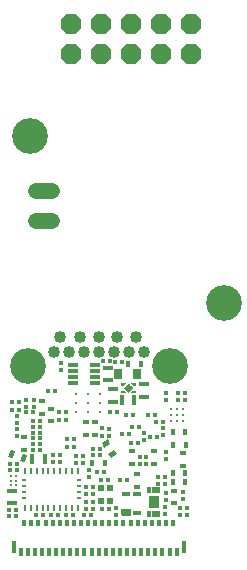
<source format=gbs>
G75*
%MOIN*%
%OFA0B0*%
%FSLAX25Y25*%
%IPPOS*%
%LPD*%
%AMOC8*
5,1,8,0,0,1.08239X$1,22.5*
%
%ADD10C,0.04016*%
%ADD11R,0.01260X0.01654*%
%ADD12R,0.02441X0.01654*%
%ADD13R,0.01654X0.01260*%
%ADD14R,0.01654X0.03228*%
%ADD15R,0.03228X0.01654*%
%ADD16R,0.01654X0.02441*%
%ADD17R,0.02835X0.03622*%
%ADD18C,0.00200*%
%ADD19OC8,0.06679*%
%ADD20C,0.01260*%
%ADD21R,0.02047X0.02441*%
%ADD22C,0.05479*%
%ADD23R,0.01063X0.01949*%
%ADD24R,0.01555X0.01063*%
%ADD25R,0.02835X0.01654*%
%ADD26R,0.02323X0.02047*%
%ADD27C,0.00000*%
%ADD28C,0.00001*%
%ADD29R,0.01260X0.02638*%
%ADD30R,0.01260X0.02441*%
%ADD31R,0.01654X0.04016*%
%ADD32R,0.03228X0.04016*%
%ADD33R,0.01260X0.01850*%
%ADD34C,0.01063*%
%ADD35R,0.03228X0.01260*%
%ADD36C,0.01197*%
%ADD37C,0.11890*%
D10*
X0183000Y0124260D03*
X0188000Y0124260D03*
X0193000Y0124260D03*
X0198000Y0124260D03*
X0203000Y0124260D03*
X0208000Y0124260D03*
X0213000Y0124260D03*
X0210599Y0129300D03*
X0204103Y0129300D03*
X0198197Y0129300D03*
X0191701Y0129300D03*
X0185205Y0129300D03*
D11*
X0199496Y0121150D03*
X0201859Y0121150D03*
X0203512Y0120835D03*
X0205874Y0120835D03*
X0183315Y0111189D03*
X0180953Y0111189D03*
X0176071Y0104103D03*
X0173709Y0104103D03*
X0175953Y0101347D03*
X0175953Y0099378D03*
X0175953Y0097410D03*
X0175953Y0095441D03*
X0175953Y0093473D03*
X0175953Y0091504D03*
X0178315Y0091504D03*
X0178315Y0093473D03*
X0178315Y0095441D03*
X0178315Y0097410D03*
X0178315Y0099378D03*
X0178315Y0101347D03*
X0187370Y0095244D03*
X0189733Y0095244D03*
X0189733Y0092685D03*
X0187370Y0092685D03*
X0196032Y0092095D03*
X0196032Y0089930D03*
X0198394Y0089930D03*
X0198394Y0092095D03*
X0205678Y0097016D03*
X0208040Y0097016D03*
X0209024Y0099378D03*
X0211386Y0099378D03*
X0215048Y0095874D03*
X0217410Y0095874D03*
X0210993Y0093867D03*
X0208630Y0093867D03*
X0217095Y0100953D03*
X0216937Y0103276D03*
X0214575Y0103276D03*
X0219457Y0100953D03*
X0209339Y0103276D03*
X0206977Y0103276D03*
X0204063Y0104418D03*
X0201701Y0104418D03*
X0199851Y0084103D03*
X0197489Y0084103D03*
X0198906Y0081583D03*
X0201268Y0081583D03*
X0205087Y0081662D03*
X0207449Y0081662D03*
X0196032Y0079300D03*
X0193670Y0079300D03*
X0193670Y0076937D03*
X0196032Y0076937D03*
X0196032Y0074378D03*
X0196032Y0072016D03*
X0195441Y0069851D03*
X0193079Y0069851D03*
X0193670Y0072016D03*
X0193670Y0074378D03*
X0189339Y0069930D03*
X0186977Y0069930D03*
X0184418Y0069851D03*
X0182056Y0069851D03*
X0179496Y0069851D03*
X0177134Y0069851D03*
X0170599Y0069615D03*
X0170559Y0071662D03*
X0168197Y0071662D03*
X0168237Y0069615D03*
X0168473Y0084890D03*
X0168473Y0086937D03*
X0170835Y0086937D03*
X0170835Y0084890D03*
X0199103Y0071977D03*
X0201465Y0071977D03*
X0225166Y0072213D03*
X0227528Y0072213D03*
X0227528Y0069851D03*
X0225166Y0069851D03*
D12*
X0223000Y0073853D03*
X0223000Y0078053D03*
X0226268Y0086373D03*
X0226268Y0090573D03*
X0216307Y0091242D03*
X0216307Y0087042D03*
X0210796Y0083565D03*
X0209221Y0087042D03*
X0209221Y0091242D03*
X0196859Y0096609D03*
X0193867Y0096648D03*
X0193867Y0100848D03*
X0196859Y0100809D03*
X0182174Y0101215D03*
X0179103Y0103578D03*
X0182174Y0105415D03*
X0179103Y0107778D03*
X0173119Y0095809D03*
X0173119Y0091609D03*
X0210796Y0079365D03*
D13*
X0217882Y0080284D03*
X0220205Y0080284D03*
X0220205Y0082646D03*
X0217882Y0082646D03*
X0213748Y0086780D03*
X0211780Y0086780D03*
X0211780Y0089142D03*
X0213748Y0089142D03*
X0212961Y0095048D03*
X0212961Y0097410D03*
X0219457Y0096622D03*
X0219457Y0098985D03*
X0220441Y0091071D03*
X0220441Y0088709D03*
X0220284Y0077174D03*
X0220284Y0074811D03*
X0220244Y0072607D03*
X0220244Y0070244D03*
X0225953Y0075205D03*
X0225953Y0077567D03*
X0203827Y0072331D03*
X0203827Y0069969D03*
X0194851Y0082449D03*
X0194851Y0084811D03*
X0192685Y0087174D03*
X0190323Y0087174D03*
X0190323Y0089536D03*
X0192685Y0089536D03*
X0185008Y0089930D03*
X0182646Y0089930D03*
X0182646Y0087567D03*
X0185008Y0087567D03*
X0170638Y0096229D03*
X0170638Y0098591D03*
X0170638Y0100559D03*
X0170638Y0102922D03*
X0171426Y0105087D03*
X0171426Y0107449D03*
X0168985Y0107449D03*
X0168985Y0105087D03*
X0173788Y0106071D03*
X0173788Y0108433D03*
X0176347Y0108433D03*
X0176347Y0106071D03*
X0184930Y0104103D03*
X0187134Y0104103D03*
X0187134Y0101741D03*
X0184930Y0101741D03*
X0199260Y0098788D03*
X0201583Y0098748D03*
X0201583Y0096386D03*
X0199260Y0096426D03*
X0220441Y0108237D03*
X0220441Y0110599D03*
X0224575Y0110599D03*
X0226741Y0110599D03*
X0226741Y0108237D03*
X0224575Y0108237D03*
X0185441Y0118197D03*
X0185441Y0120559D03*
D14*
X0205625Y0108276D03*
X0209825Y0108276D03*
X0180022Y0088748D03*
X0175822Y0088748D03*
D15*
X0169260Y0078014D03*
X0169260Y0073814D03*
X0202725Y0107633D03*
X0202725Y0111833D03*
X0201071Y0114837D03*
X0201071Y0119037D03*
X0212961Y0113486D03*
X0212961Y0109286D03*
D16*
X0212108Y0120284D03*
X0207908Y0120284D03*
X0222672Y0097646D03*
X0226872Y0097646D03*
X0227030Y0093276D03*
X0222830Y0093276D03*
X0222672Y0083827D03*
X0222672Y0080874D03*
X0226872Y0080874D03*
X0226872Y0083827D03*
G36*
X0202049Y0088847D02*
X0201178Y0090251D01*
X0203251Y0091537D01*
X0204122Y0090133D01*
X0202049Y0088847D01*
G37*
X0200100Y0087174D03*
X0195900Y0087174D03*
G36*
X0199836Y0092417D02*
X0198965Y0093821D01*
X0201038Y0095107D01*
X0201909Y0093703D01*
X0199836Y0092417D01*
G37*
G36*
X0173445Y0087512D02*
X0171881Y0088048D01*
X0172671Y0090356D01*
X0174235Y0089820D01*
X0173445Y0087512D01*
G37*
G36*
X0169471Y0088873D02*
X0167907Y0089409D01*
X0168697Y0091717D01*
X0170261Y0091181D01*
X0169471Y0088873D01*
G37*
D17*
X0204339Y0116819D03*
X0210796Y0116819D03*
D18*
X0210146Y0113965D02*
X0208926Y0113965D01*
X0209556Y0113335D01*
X0210146Y0113335D01*
X0210146Y0113965D01*
X0210146Y0113881D02*
X0209009Y0113881D01*
X0209208Y0113683D02*
X0210146Y0113683D01*
X0210146Y0113484D02*
X0209406Y0113484D01*
X0208661Y0112889D02*
X0207025Y0112889D01*
X0207223Y0113087D02*
X0208462Y0113087D01*
X0208264Y0113286D02*
X0207422Y0113286D01*
X0207620Y0113484D02*
X0208065Y0113484D01*
X0207867Y0113683D02*
X0207819Y0113683D01*
X0207843Y0113707D02*
X0209179Y0112370D01*
X0207843Y0111034D01*
X0206507Y0112370D01*
X0207843Y0113707D01*
X0206760Y0113965D02*
X0206130Y0113335D01*
X0205540Y0113335D01*
X0205540Y0113965D01*
X0206760Y0113965D01*
X0206677Y0113881D02*
X0205540Y0113881D01*
X0205540Y0113683D02*
X0206478Y0113683D01*
X0206279Y0113484D02*
X0205540Y0113484D01*
X0206628Y0112492D02*
X0209058Y0112492D01*
X0209102Y0112293D02*
X0206584Y0112293D01*
X0206783Y0112095D02*
X0208903Y0112095D01*
X0208705Y0111896D02*
X0206981Y0111896D01*
X0207180Y0111698D02*
X0208506Y0111698D01*
X0208308Y0111499D02*
X0207378Y0111499D01*
X0207577Y0111301D02*
X0208109Y0111301D01*
X0207911Y0111102D02*
X0207775Y0111102D01*
X0206760Y0110776D02*
X0206130Y0111406D01*
X0205540Y0111406D01*
X0205540Y0110776D01*
X0206760Y0110776D01*
X0206633Y0110904D02*
X0205540Y0110904D01*
X0205540Y0111102D02*
X0206434Y0111102D01*
X0206236Y0111301D02*
X0205540Y0111301D01*
X0206826Y0112690D02*
X0208859Y0112690D01*
X0209556Y0111406D02*
X0210146Y0111406D01*
X0210146Y0110776D01*
X0208926Y0110776D01*
X0209556Y0111406D01*
X0209450Y0111301D02*
X0210146Y0111301D01*
X0210146Y0111102D02*
X0209252Y0111102D01*
X0209053Y0110904D02*
X0210146Y0110904D01*
D19*
X0208630Y0223512D03*
X0198630Y0223512D03*
X0188630Y0223512D03*
X0188630Y0233512D03*
X0198630Y0233512D03*
X0208630Y0233512D03*
X0218630Y0233512D03*
X0228630Y0233512D03*
X0228630Y0223512D03*
X0218630Y0223512D03*
D20*
X0198433Y0110402D03*
X0198433Y0107252D03*
X0198433Y0104103D03*
X0194496Y0104103D03*
X0194496Y0107252D03*
X0194496Y0110402D03*
X0190559Y0110402D03*
X0190559Y0107252D03*
X0190559Y0104103D03*
D21*
X0198670Y0078827D03*
X0201819Y0078827D03*
X0201819Y0074496D03*
X0198670Y0074496D03*
D22*
X0182590Y0167882D02*
X0177190Y0167882D01*
X0177190Y0177882D02*
X0182590Y0177882D01*
D23*
X0183237Y0084654D03*
X0185205Y0084654D03*
X0187174Y0084654D03*
X0189142Y0084654D03*
X0191111Y0084654D03*
X0181268Y0084654D03*
X0179300Y0084654D03*
X0177331Y0084654D03*
X0175363Y0084654D03*
X0173394Y0084654D03*
X0173394Y0072370D03*
X0175363Y0072370D03*
X0177331Y0072370D03*
X0179300Y0072370D03*
X0181268Y0072370D03*
X0183237Y0072370D03*
X0185205Y0072370D03*
X0187174Y0072370D03*
X0189142Y0072370D03*
X0191111Y0072370D03*
D24*
X0191307Y0075559D03*
X0191307Y0077528D03*
X0191307Y0079496D03*
X0191307Y0081465D03*
X0173197Y0081465D03*
X0173197Y0079496D03*
X0173197Y0077528D03*
X0173197Y0075559D03*
D25*
X0207154Y0076839D03*
X0210894Y0076839D03*
X0210894Y0070737D03*
D26*
X0207351Y0070933D03*
D27*
X0206170Y0069831D02*
X0205599Y0070402D01*
X0205599Y0072036D01*
X0208591Y0072036D01*
X0208591Y0069831D01*
X0206170Y0069831D01*
D28*
X0208591Y0069831D01*
X0208591Y0069832D02*
X0206169Y0069832D01*
X0206168Y0069833D02*
X0208591Y0069833D01*
X0208591Y0069834D02*
X0206167Y0069834D01*
X0206166Y0069835D02*
X0208591Y0069835D01*
X0208591Y0069836D02*
X0206165Y0069836D01*
X0206164Y0069837D02*
X0208591Y0069837D01*
X0208591Y0069838D02*
X0206163Y0069838D01*
X0206162Y0069839D02*
X0208591Y0069839D01*
X0208591Y0069840D02*
X0206161Y0069840D01*
X0206160Y0069841D02*
X0208591Y0069841D01*
X0208591Y0069842D02*
X0206159Y0069842D01*
X0206158Y0069843D02*
X0208591Y0069843D01*
X0208591Y0069844D02*
X0206157Y0069844D01*
X0206156Y0069845D02*
X0208591Y0069845D01*
X0208591Y0069846D02*
X0206155Y0069846D01*
X0206154Y0069847D02*
X0208591Y0069847D01*
X0208591Y0069848D02*
X0206153Y0069848D01*
X0206152Y0069849D02*
X0208591Y0069849D01*
X0208591Y0069850D02*
X0206151Y0069850D01*
X0206150Y0069851D02*
X0208591Y0069851D01*
X0208591Y0069852D02*
X0206149Y0069852D01*
X0206148Y0069853D02*
X0208591Y0069853D01*
X0208591Y0069854D02*
X0206147Y0069854D01*
X0206146Y0069855D02*
X0208591Y0069855D01*
X0208591Y0069856D02*
X0206145Y0069856D01*
X0206144Y0069857D02*
X0208591Y0069857D01*
X0208591Y0069858D02*
X0206143Y0069858D01*
X0206142Y0069859D02*
X0208591Y0069859D01*
X0208591Y0069860D02*
X0206141Y0069860D01*
X0206140Y0069861D02*
X0208591Y0069861D01*
X0208591Y0069862D02*
X0206139Y0069862D01*
X0206138Y0069863D02*
X0208591Y0069863D01*
X0208591Y0069864D02*
X0206137Y0069864D01*
X0206136Y0069865D02*
X0208591Y0069865D01*
X0208591Y0069866D02*
X0206135Y0069866D01*
X0206134Y0069867D02*
X0208591Y0069867D01*
X0208591Y0069868D02*
X0206133Y0069868D01*
X0206132Y0069869D02*
X0208591Y0069869D01*
X0206131Y0069869D01*
X0206130Y0069870D02*
X0208591Y0069870D01*
X0208591Y0069871D02*
X0206129Y0069871D01*
X0206128Y0069872D02*
X0208591Y0069872D01*
X0208591Y0069873D02*
X0206127Y0069873D01*
X0206126Y0069874D02*
X0208591Y0069874D01*
X0208591Y0069875D02*
X0206125Y0069875D01*
X0206124Y0069876D02*
X0208591Y0069876D01*
X0208591Y0069877D02*
X0206123Y0069877D01*
X0206122Y0069878D02*
X0208591Y0069878D01*
X0208591Y0069879D02*
X0206121Y0069879D01*
X0206120Y0069880D02*
X0208591Y0069880D01*
X0208591Y0069881D02*
X0206119Y0069881D01*
X0206119Y0069882D02*
X0208591Y0069882D01*
X0208591Y0069883D02*
X0206118Y0069883D01*
X0206117Y0069884D02*
X0208591Y0069884D01*
X0208591Y0069885D02*
X0206116Y0069885D01*
X0206115Y0069886D02*
X0208591Y0069886D01*
X0208591Y0069887D02*
X0206114Y0069887D01*
X0206113Y0069888D02*
X0208591Y0069888D01*
X0208591Y0069889D02*
X0206112Y0069889D01*
X0206111Y0069890D02*
X0208591Y0069890D01*
X0208591Y0069891D02*
X0206110Y0069891D01*
X0206109Y0069892D02*
X0208591Y0069892D01*
X0208591Y0069893D02*
X0206108Y0069893D01*
X0206107Y0069894D02*
X0208591Y0069894D01*
X0208591Y0069895D02*
X0206106Y0069895D01*
X0206105Y0069896D02*
X0208591Y0069896D01*
X0208591Y0069897D02*
X0206104Y0069897D01*
X0206103Y0069898D02*
X0208591Y0069898D01*
X0208591Y0069899D02*
X0206102Y0069899D01*
X0206101Y0069900D02*
X0208591Y0069900D01*
X0208591Y0069901D02*
X0206100Y0069901D01*
X0206099Y0069902D02*
X0208591Y0069902D01*
X0208591Y0069903D02*
X0206098Y0069903D01*
X0206097Y0069904D02*
X0208591Y0069904D01*
X0208591Y0069905D02*
X0206096Y0069905D01*
X0206095Y0069906D02*
X0208591Y0069906D01*
X0208591Y0069907D02*
X0206094Y0069907D01*
X0206093Y0069908D02*
X0208591Y0069908D01*
X0208591Y0069909D02*
X0206092Y0069909D01*
X0206091Y0069910D02*
X0208591Y0069910D01*
X0208591Y0069911D02*
X0206090Y0069911D01*
X0206089Y0069912D02*
X0208591Y0069912D01*
X0208591Y0069913D02*
X0206088Y0069913D01*
X0206087Y0069914D02*
X0208591Y0069914D01*
X0208591Y0069915D02*
X0206086Y0069915D01*
X0206085Y0069916D02*
X0208591Y0069916D01*
X0208591Y0069917D02*
X0206084Y0069917D01*
X0206083Y0069918D02*
X0208591Y0069918D01*
X0208591Y0069919D02*
X0206082Y0069919D01*
X0206081Y0069920D02*
X0208591Y0069920D01*
X0208591Y0069921D02*
X0206080Y0069921D01*
X0206079Y0069922D02*
X0208591Y0069922D01*
X0208591Y0069923D02*
X0206078Y0069923D01*
X0206077Y0069924D02*
X0208591Y0069924D01*
X0208591Y0069925D02*
X0206076Y0069925D01*
X0206075Y0069926D02*
X0208591Y0069926D01*
X0208591Y0069927D02*
X0206074Y0069927D01*
X0206073Y0069928D02*
X0208591Y0069928D01*
X0208591Y0069929D02*
X0206072Y0069929D01*
X0206071Y0069930D02*
X0208591Y0069930D01*
X0208591Y0069931D02*
X0206070Y0069931D01*
X0206069Y0069931D02*
X0208591Y0069931D01*
X0208591Y0069932D02*
X0206068Y0069932D01*
X0206067Y0069933D02*
X0208591Y0069933D01*
X0208591Y0069934D02*
X0206066Y0069934D01*
X0206065Y0069935D02*
X0208591Y0069935D01*
X0208591Y0069936D02*
X0206064Y0069936D01*
X0206063Y0069937D02*
X0208591Y0069937D01*
X0208591Y0069938D02*
X0206062Y0069938D01*
X0206061Y0069939D02*
X0208591Y0069939D01*
X0208591Y0069940D02*
X0206060Y0069940D01*
X0206059Y0069941D02*
X0208591Y0069941D01*
X0208591Y0069942D02*
X0206058Y0069942D01*
X0206057Y0069943D02*
X0208591Y0069943D01*
X0208591Y0069944D02*
X0206056Y0069944D01*
X0206056Y0069945D02*
X0208591Y0069945D01*
X0208591Y0069946D02*
X0206055Y0069946D01*
X0206054Y0069947D02*
X0208591Y0069947D01*
X0208591Y0069948D02*
X0206053Y0069948D01*
X0206052Y0069949D02*
X0208591Y0069949D01*
X0208591Y0069950D02*
X0206051Y0069950D01*
X0206050Y0069951D02*
X0208591Y0069951D01*
X0208591Y0069952D02*
X0206049Y0069952D01*
X0206048Y0069953D02*
X0208591Y0069953D01*
X0208591Y0069954D02*
X0206047Y0069954D01*
X0206046Y0069955D02*
X0208591Y0069955D01*
X0208591Y0069956D02*
X0206045Y0069956D01*
X0206044Y0069957D02*
X0208591Y0069957D01*
X0208591Y0069958D02*
X0206043Y0069958D01*
X0206042Y0069959D02*
X0208591Y0069959D01*
X0208591Y0069960D02*
X0206041Y0069960D01*
X0206040Y0069961D02*
X0208591Y0069961D01*
X0208591Y0069962D02*
X0206039Y0069962D01*
X0206038Y0069963D02*
X0208591Y0069963D01*
X0208591Y0069964D02*
X0206037Y0069964D01*
X0206036Y0069965D02*
X0208591Y0069965D01*
X0208591Y0069966D02*
X0206035Y0069966D01*
X0206034Y0069967D02*
X0208591Y0069967D01*
X0208591Y0069968D02*
X0206033Y0069968D01*
X0206032Y0069969D02*
X0208591Y0069969D01*
X0208591Y0069970D02*
X0206031Y0069970D01*
X0206030Y0069971D02*
X0208591Y0069971D01*
X0208591Y0069972D02*
X0206029Y0069972D01*
X0206028Y0069973D02*
X0208591Y0069973D01*
X0208591Y0069974D02*
X0206027Y0069974D01*
X0206026Y0069975D02*
X0208591Y0069975D01*
X0208591Y0069976D02*
X0206025Y0069976D01*
X0206024Y0069977D02*
X0208591Y0069977D01*
X0208591Y0069978D02*
X0206023Y0069978D01*
X0206022Y0069979D02*
X0208591Y0069979D01*
X0208591Y0069980D02*
X0206021Y0069980D01*
X0206020Y0069981D02*
X0208591Y0069981D01*
X0208591Y0069982D02*
X0206019Y0069982D01*
X0206018Y0069983D02*
X0208591Y0069983D01*
X0208591Y0069984D02*
X0206017Y0069984D01*
X0206016Y0069985D02*
X0208591Y0069985D01*
X0208591Y0069986D02*
X0206015Y0069986D01*
X0206014Y0069987D02*
X0208591Y0069987D01*
X0208591Y0069988D02*
X0206013Y0069988D01*
X0206012Y0069989D02*
X0208591Y0069989D01*
X0208591Y0069990D02*
X0206011Y0069990D01*
X0206010Y0069991D02*
X0208591Y0069991D01*
X0208591Y0069992D02*
X0206009Y0069992D01*
X0206008Y0069993D02*
X0208591Y0069993D01*
X0208591Y0069994D02*
X0206007Y0069994D01*
X0206006Y0069994D02*
X0208591Y0069994D01*
X0208591Y0069995D02*
X0206005Y0069995D01*
X0206004Y0069996D02*
X0208591Y0069996D01*
X0208591Y0069997D02*
X0206003Y0069997D01*
X0206002Y0069998D02*
X0208591Y0069998D01*
X0208591Y0069999D02*
X0206001Y0069999D01*
X0206000Y0070000D02*
X0208591Y0070000D01*
X0208591Y0070001D02*
X0205999Y0070001D01*
X0205998Y0070002D02*
X0208591Y0070002D01*
X0208591Y0070003D02*
X0205997Y0070003D01*
X0205996Y0070004D02*
X0208591Y0070004D01*
X0208591Y0070005D02*
X0205995Y0070005D01*
X0205994Y0070006D02*
X0208591Y0070006D01*
X0208591Y0070007D02*
X0205994Y0070007D01*
X0205993Y0070008D02*
X0208591Y0070008D01*
X0208591Y0070009D02*
X0205992Y0070009D01*
X0205991Y0070010D02*
X0208591Y0070010D01*
X0208591Y0070011D02*
X0205990Y0070011D01*
X0205989Y0070012D02*
X0208591Y0070012D01*
X0208591Y0070013D02*
X0205988Y0070013D01*
X0205987Y0070014D02*
X0208591Y0070014D01*
X0208591Y0070015D02*
X0205986Y0070015D01*
X0205985Y0070016D02*
X0208591Y0070016D01*
X0208591Y0070017D02*
X0205984Y0070017D01*
X0205983Y0070018D02*
X0208591Y0070018D01*
X0208591Y0070019D02*
X0205982Y0070019D01*
X0205981Y0070020D02*
X0208591Y0070020D01*
X0208591Y0070021D02*
X0205980Y0070021D01*
X0205979Y0070022D02*
X0208591Y0070022D01*
X0208591Y0070023D02*
X0205978Y0070023D01*
X0205977Y0070024D02*
X0208591Y0070024D01*
X0208591Y0070025D02*
X0205976Y0070025D01*
X0205975Y0070026D02*
X0208591Y0070026D01*
X0208591Y0070027D02*
X0205974Y0070027D01*
X0205973Y0070028D02*
X0208591Y0070028D01*
X0208591Y0070029D02*
X0205972Y0070029D01*
X0205971Y0070030D02*
X0208591Y0070030D01*
X0208591Y0070031D02*
X0205970Y0070031D01*
X0205969Y0070032D02*
X0208591Y0070032D01*
X0208591Y0070033D02*
X0205968Y0070033D01*
X0205967Y0070034D02*
X0208591Y0070034D01*
X0208591Y0070035D02*
X0205966Y0070035D01*
X0205965Y0070036D02*
X0208591Y0070036D01*
X0208591Y0070037D02*
X0205964Y0070037D01*
X0205963Y0070038D02*
X0208591Y0070038D01*
X0208591Y0070039D02*
X0205962Y0070039D01*
X0205961Y0070040D02*
X0208591Y0070040D01*
X0208591Y0070041D02*
X0205960Y0070041D01*
X0205959Y0070042D02*
X0208591Y0070042D01*
X0208591Y0070043D02*
X0205958Y0070043D01*
X0205957Y0070044D02*
X0208591Y0070044D01*
X0208591Y0070045D02*
X0205956Y0070045D01*
X0205955Y0070046D02*
X0208591Y0070046D01*
X0208591Y0070047D02*
X0205954Y0070047D01*
X0205953Y0070048D02*
X0208591Y0070048D01*
X0208591Y0070049D02*
X0205952Y0070049D01*
X0205951Y0070050D02*
X0208591Y0070050D01*
X0208591Y0070051D02*
X0205950Y0070051D01*
X0205949Y0070052D02*
X0208591Y0070052D01*
X0208591Y0070053D02*
X0205948Y0070053D01*
X0205947Y0070054D02*
X0208591Y0070054D01*
X0208591Y0070055D02*
X0205946Y0070055D01*
X0205945Y0070056D02*
X0208591Y0070056D01*
X0205944Y0070056D01*
X0205943Y0070057D02*
X0208591Y0070057D01*
X0208591Y0070058D02*
X0205942Y0070058D01*
X0205941Y0070059D02*
X0208591Y0070059D01*
X0208591Y0070060D02*
X0205940Y0070060D01*
X0205939Y0070061D02*
X0208591Y0070061D01*
X0208591Y0070062D02*
X0205938Y0070062D01*
X0205937Y0070063D02*
X0208591Y0070063D01*
X0208591Y0070064D02*
X0205936Y0070064D01*
X0205935Y0070065D02*
X0208591Y0070065D01*
X0208591Y0070066D02*
X0205934Y0070066D01*
X0205933Y0070067D02*
X0208591Y0070067D01*
X0208591Y0070068D02*
X0205932Y0070068D01*
X0205931Y0070069D02*
X0208591Y0070069D01*
X0208591Y0070070D02*
X0205931Y0070070D01*
X0205930Y0070071D02*
X0208591Y0070071D01*
X0208591Y0070072D02*
X0205929Y0070072D01*
X0205928Y0070073D02*
X0208591Y0070073D01*
X0208591Y0070074D02*
X0205927Y0070074D01*
X0205926Y0070075D02*
X0208591Y0070075D01*
X0208591Y0070076D02*
X0205925Y0070076D01*
X0205924Y0070077D02*
X0208591Y0070077D01*
X0208591Y0070078D02*
X0205923Y0070078D01*
X0205922Y0070079D02*
X0208591Y0070079D01*
X0208591Y0070080D02*
X0205921Y0070080D01*
X0205920Y0070081D02*
X0208591Y0070081D01*
X0208591Y0070082D02*
X0205919Y0070082D01*
X0205918Y0070083D02*
X0208591Y0070083D01*
X0208591Y0070084D02*
X0205917Y0070084D01*
X0205916Y0070085D02*
X0208591Y0070085D01*
X0208591Y0070086D02*
X0205915Y0070086D01*
X0205914Y0070087D02*
X0208591Y0070087D01*
X0208591Y0070088D02*
X0205913Y0070088D01*
X0205912Y0070089D02*
X0208591Y0070089D01*
X0208591Y0070090D02*
X0205911Y0070090D01*
X0205910Y0070091D02*
X0208591Y0070091D01*
X0208591Y0070092D02*
X0205909Y0070092D01*
X0205908Y0070093D02*
X0208591Y0070093D01*
X0208591Y0070094D02*
X0205907Y0070094D01*
X0205906Y0070095D02*
X0208591Y0070095D01*
X0208591Y0070096D02*
X0205905Y0070096D01*
X0205904Y0070097D02*
X0208591Y0070097D01*
X0208591Y0070098D02*
X0205903Y0070098D01*
X0205902Y0070099D02*
X0208591Y0070099D01*
X0208591Y0070100D02*
X0205901Y0070100D01*
X0205900Y0070101D02*
X0208591Y0070101D01*
X0208591Y0070102D02*
X0205899Y0070102D01*
X0205898Y0070103D02*
X0208591Y0070103D01*
X0208591Y0070104D02*
X0205897Y0070104D01*
X0205896Y0070105D02*
X0208591Y0070105D01*
X0208591Y0070106D02*
X0205895Y0070106D01*
X0205894Y0070107D02*
X0208591Y0070107D01*
X0208591Y0070108D02*
X0205893Y0070108D01*
X0205892Y0070109D02*
X0208591Y0070109D01*
X0208591Y0070110D02*
X0205891Y0070110D01*
X0205890Y0070111D02*
X0208591Y0070111D01*
X0208591Y0070112D02*
X0205889Y0070112D01*
X0205888Y0070113D02*
X0208591Y0070113D01*
X0208591Y0070114D02*
X0205887Y0070114D01*
X0205886Y0070115D02*
X0208591Y0070115D01*
X0208591Y0070116D02*
X0205885Y0070116D01*
X0205884Y0070117D02*
X0208591Y0070117D01*
X0208591Y0070118D02*
X0205883Y0070118D01*
X0205882Y0070119D02*
X0208591Y0070119D01*
X0205881Y0070119D01*
X0205880Y0070120D02*
X0208591Y0070120D01*
X0208591Y0070121D02*
X0205879Y0070121D01*
X0205878Y0070122D02*
X0208591Y0070122D01*
X0208591Y0070123D02*
X0205877Y0070123D01*
X0205876Y0070124D02*
X0208591Y0070124D01*
X0208591Y0070125D02*
X0205875Y0070125D01*
X0205874Y0070126D02*
X0208591Y0070126D01*
X0208591Y0070127D02*
X0205873Y0070127D01*
X0205872Y0070128D02*
X0208591Y0070128D01*
X0208591Y0070129D02*
X0205871Y0070129D01*
X0205870Y0070130D02*
X0208591Y0070130D01*
X0208591Y0070131D02*
X0205869Y0070131D01*
X0205869Y0070132D02*
X0208591Y0070132D01*
X0208591Y0070133D02*
X0205868Y0070133D01*
X0205867Y0070134D02*
X0208591Y0070134D01*
X0208591Y0070135D02*
X0205866Y0070135D01*
X0205865Y0070136D02*
X0208591Y0070136D01*
X0208591Y0070137D02*
X0205864Y0070137D01*
X0205863Y0070138D02*
X0208591Y0070138D01*
X0208591Y0070139D02*
X0205862Y0070139D01*
X0205861Y0070140D02*
X0208591Y0070140D01*
X0208591Y0070141D02*
X0205860Y0070141D01*
X0205859Y0070142D02*
X0208591Y0070142D01*
X0208591Y0070143D02*
X0205858Y0070143D01*
X0205857Y0070144D02*
X0208591Y0070144D01*
X0208591Y0070145D02*
X0205856Y0070145D01*
X0205855Y0070146D02*
X0208591Y0070146D01*
X0208591Y0070147D02*
X0205854Y0070147D01*
X0205853Y0070148D02*
X0208591Y0070148D01*
X0208591Y0070149D02*
X0205852Y0070149D01*
X0205851Y0070150D02*
X0208591Y0070150D01*
X0208591Y0070151D02*
X0205850Y0070151D01*
X0205849Y0070152D02*
X0208591Y0070152D01*
X0208591Y0070153D02*
X0205848Y0070153D01*
X0205847Y0070154D02*
X0208591Y0070154D01*
X0208591Y0070155D02*
X0205846Y0070155D01*
X0205845Y0070156D02*
X0208591Y0070156D01*
X0208591Y0070157D02*
X0205844Y0070157D01*
X0205843Y0070158D02*
X0208591Y0070158D01*
X0208591Y0070159D02*
X0205842Y0070159D01*
X0205841Y0070160D02*
X0208591Y0070160D01*
X0208591Y0070161D02*
X0205840Y0070161D01*
X0205839Y0070162D02*
X0208591Y0070162D01*
X0208591Y0070163D02*
X0205838Y0070163D01*
X0205837Y0070164D02*
X0208591Y0070164D01*
X0208591Y0070165D02*
X0205836Y0070165D01*
X0205835Y0070166D02*
X0208591Y0070166D01*
X0208591Y0070167D02*
X0205834Y0070167D01*
X0205833Y0070168D02*
X0208591Y0070168D01*
X0208591Y0070169D02*
X0205832Y0070169D01*
X0205831Y0070170D02*
X0208591Y0070170D01*
X0208591Y0070171D02*
X0205830Y0070171D01*
X0205829Y0070172D02*
X0208591Y0070172D01*
X0208591Y0070173D02*
X0205828Y0070173D01*
X0205827Y0070174D02*
X0208591Y0070174D01*
X0208591Y0070175D02*
X0205826Y0070175D01*
X0205825Y0070176D02*
X0208591Y0070176D01*
X0208591Y0070177D02*
X0205824Y0070177D01*
X0205823Y0070178D02*
X0208591Y0070178D01*
X0208591Y0070179D02*
X0205822Y0070179D01*
X0205821Y0070180D02*
X0208591Y0070180D01*
X0208591Y0070181D02*
X0205820Y0070181D01*
X0205819Y0070181D02*
X0208591Y0070181D01*
X0208591Y0070182D02*
X0205818Y0070182D01*
X0205817Y0070183D02*
X0208591Y0070183D01*
X0208591Y0070184D02*
X0205816Y0070184D01*
X0205815Y0070185D02*
X0208591Y0070185D01*
X0208591Y0070186D02*
X0205814Y0070186D01*
X0205813Y0070187D02*
X0208591Y0070187D01*
X0208591Y0070188D02*
X0205812Y0070188D01*
X0205811Y0070189D02*
X0208591Y0070189D01*
X0208591Y0070190D02*
X0205810Y0070190D01*
X0205809Y0070191D02*
X0208591Y0070191D01*
X0208591Y0070192D02*
X0205808Y0070192D01*
X0205807Y0070193D02*
X0208591Y0070193D01*
X0208591Y0070194D02*
X0205806Y0070194D01*
X0205806Y0070195D02*
X0208591Y0070195D01*
X0208591Y0070196D02*
X0205805Y0070196D01*
X0205804Y0070197D02*
X0208591Y0070197D01*
X0208591Y0070198D02*
X0205803Y0070198D01*
X0205802Y0070199D02*
X0208591Y0070199D01*
X0208591Y0070200D02*
X0205801Y0070200D01*
X0205800Y0070201D02*
X0208591Y0070201D01*
X0208591Y0070202D02*
X0205799Y0070202D01*
X0205798Y0070203D02*
X0208591Y0070203D01*
X0208591Y0070204D02*
X0205797Y0070204D01*
X0205796Y0070205D02*
X0208591Y0070205D01*
X0208591Y0070206D02*
X0205795Y0070206D01*
X0205794Y0070207D02*
X0208591Y0070207D01*
X0208591Y0070208D02*
X0205793Y0070208D01*
X0205792Y0070209D02*
X0208591Y0070209D01*
X0208591Y0070210D02*
X0205791Y0070210D01*
X0205790Y0070211D02*
X0208591Y0070211D01*
X0208591Y0070212D02*
X0205789Y0070212D01*
X0205788Y0070213D02*
X0208591Y0070213D01*
X0208591Y0070214D02*
X0205787Y0070214D01*
X0205786Y0070215D02*
X0208591Y0070215D01*
X0208591Y0070216D02*
X0205785Y0070216D01*
X0205784Y0070217D02*
X0208591Y0070217D01*
X0208591Y0070218D02*
X0205783Y0070218D01*
X0205782Y0070219D02*
X0208591Y0070219D01*
X0208591Y0070220D02*
X0205781Y0070220D01*
X0205780Y0070221D02*
X0208591Y0070221D01*
X0208591Y0070222D02*
X0205779Y0070222D01*
X0205778Y0070223D02*
X0208591Y0070223D01*
X0208591Y0070224D02*
X0205777Y0070224D01*
X0205776Y0070225D02*
X0208591Y0070225D01*
X0208591Y0070226D02*
X0205775Y0070226D01*
X0205774Y0070227D02*
X0208591Y0070227D01*
X0208591Y0070228D02*
X0205773Y0070228D01*
X0205772Y0070229D02*
X0208591Y0070229D01*
X0208591Y0070230D02*
X0205771Y0070230D01*
X0205770Y0070231D02*
X0208591Y0070231D01*
X0208591Y0070232D02*
X0205769Y0070232D01*
X0205768Y0070233D02*
X0208591Y0070233D01*
X0208591Y0070234D02*
X0205767Y0070234D01*
X0205766Y0070235D02*
X0208591Y0070235D01*
X0208591Y0070236D02*
X0205765Y0070236D01*
X0205764Y0070237D02*
X0208591Y0070237D01*
X0208591Y0070238D02*
X0205763Y0070238D01*
X0205762Y0070239D02*
X0208591Y0070239D01*
X0208591Y0070240D02*
X0205761Y0070240D01*
X0205760Y0070241D02*
X0208591Y0070241D01*
X0208591Y0070242D02*
X0205759Y0070242D01*
X0205758Y0070243D02*
X0208591Y0070243D01*
X0208591Y0070244D02*
X0205757Y0070244D01*
X0205756Y0070244D02*
X0208591Y0070244D01*
X0208591Y0070245D02*
X0205755Y0070245D01*
X0205754Y0070246D02*
X0208591Y0070246D01*
X0208591Y0070247D02*
X0205753Y0070247D01*
X0205752Y0070248D02*
X0208591Y0070248D01*
X0208591Y0070249D02*
X0205751Y0070249D01*
X0205750Y0070250D02*
X0208591Y0070250D01*
X0208591Y0070251D02*
X0205749Y0070251D01*
X0205748Y0070252D02*
X0208591Y0070252D01*
X0208591Y0070253D02*
X0205747Y0070253D01*
X0205746Y0070254D02*
X0208591Y0070254D01*
X0208591Y0070255D02*
X0205745Y0070255D01*
X0205744Y0070256D02*
X0208591Y0070256D01*
X0208591Y0070257D02*
X0205744Y0070257D01*
X0205743Y0070258D02*
X0208591Y0070258D01*
X0208591Y0070259D02*
X0205742Y0070259D01*
X0205741Y0070260D02*
X0208591Y0070260D01*
X0208591Y0070261D02*
X0205740Y0070261D01*
X0205739Y0070262D02*
X0208591Y0070262D01*
X0208591Y0070263D02*
X0205738Y0070263D01*
X0205737Y0070264D02*
X0208591Y0070264D01*
X0208591Y0070265D02*
X0205736Y0070265D01*
X0205735Y0070266D02*
X0208591Y0070266D01*
X0208591Y0070267D02*
X0205734Y0070267D01*
X0205733Y0070268D02*
X0208591Y0070268D01*
X0208591Y0070269D02*
X0205732Y0070269D01*
X0205731Y0070270D02*
X0208591Y0070270D01*
X0208591Y0070271D02*
X0205730Y0070271D01*
X0205729Y0070272D02*
X0208591Y0070272D01*
X0208591Y0070273D02*
X0205728Y0070273D01*
X0205727Y0070274D02*
X0208591Y0070274D01*
X0208591Y0070275D02*
X0205726Y0070275D01*
X0205725Y0070276D02*
X0208591Y0070276D01*
X0208591Y0070277D02*
X0205724Y0070277D01*
X0205723Y0070278D02*
X0208591Y0070278D01*
X0208591Y0070279D02*
X0205722Y0070279D01*
X0205721Y0070280D02*
X0208591Y0070280D01*
X0208591Y0070281D02*
X0205720Y0070281D01*
X0205719Y0070282D02*
X0208591Y0070282D01*
X0208591Y0070283D02*
X0205718Y0070283D01*
X0205717Y0070284D02*
X0208591Y0070284D01*
X0208591Y0070285D02*
X0205716Y0070285D01*
X0205715Y0070286D02*
X0208591Y0070286D01*
X0208591Y0070287D02*
X0205714Y0070287D01*
X0205713Y0070288D02*
X0208591Y0070288D01*
X0208591Y0070289D02*
X0205712Y0070289D01*
X0205711Y0070290D02*
X0208591Y0070290D01*
X0208591Y0070291D02*
X0205710Y0070291D01*
X0205709Y0070292D02*
X0208591Y0070292D01*
X0208591Y0070293D02*
X0205708Y0070293D01*
X0205707Y0070294D02*
X0208591Y0070294D01*
X0208591Y0070295D02*
X0205706Y0070295D01*
X0205705Y0070296D02*
X0208591Y0070296D01*
X0208591Y0070297D02*
X0205704Y0070297D01*
X0205703Y0070298D02*
X0208591Y0070298D01*
X0208591Y0070299D02*
X0205702Y0070299D01*
X0205701Y0070300D02*
X0208591Y0070300D01*
X0208591Y0070301D02*
X0205700Y0070301D01*
X0205699Y0070302D02*
X0208591Y0070302D01*
X0208591Y0070303D02*
X0205698Y0070303D01*
X0205697Y0070304D02*
X0208591Y0070304D01*
X0208591Y0070305D02*
X0205696Y0070305D01*
X0205695Y0070306D02*
X0208591Y0070306D01*
X0205694Y0070306D01*
X0205693Y0070307D02*
X0208591Y0070307D01*
X0208591Y0070308D02*
X0205692Y0070308D01*
X0205691Y0070309D02*
X0208591Y0070309D01*
X0208591Y0070310D02*
X0205690Y0070310D01*
X0205689Y0070311D02*
X0208591Y0070311D01*
X0208591Y0070312D02*
X0205688Y0070312D01*
X0205687Y0070313D02*
X0208591Y0070313D01*
X0208591Y0070314D02*
X0205686Y0070314D01*
X0205685Y0070315D02*
X0208591Y0070315D01*
X0208591Y0070316D02*
X0205684Y0070316D01*
X0205683Y0070317D02*
X0208591Y0070317D01*
X0208591Y0070318D02*
X0205682Y0070318D01*
X0205681Y0070319D02*
X0208591Y0070319D01*
X0208591Y0070320D02*
X0205681Y0070320D01*
X0205680Y0070321D02*
X0208591Y0070321D01*
X0208591Y0070322D02*
X0205679Y0070322D01*
X0205678Y0070323D02*
X0208591Y0070323D01*
X0208591Y0070324D02*
X0205677Y0070324D01*
X0205676Y0070325D02*
X0208591Y0070325D01*
X0208591Y0070326D02*
X0205675Y0070326D01*
X0205674Y0070327D02*
X0208591Y0070327D01*
X0208591Y0070328D02*
X0205673Y0070328D01*
X0205672Y0070329D02*
X0208591Y0070329D01*
X0208591Y0070330D02*
X0205671Y0070330D01*
X0205670Y0070331D02*
X0208591Y0070331D01*
X0208591Y0070332D02*
X0205669Y0070332D01*
X0205668Y0070333D02*
X0208591Y0070333D01*
X0208591Y0070334D02*
X0205667Y0070334D01*
X0205666Y0070335D02*
X0208591Y0070335D01*
X0208591Y0070336D02*
X0205665Y0070336D01*
X0205664Y0070337D02*
X0208591Y0070337D01*
X0208591Y0070338D02*
X0205663Y0070338D01*
X0205662Y0070339D02*
X0208591Y0070339D01*
X0208591Y0070340D02*
X0205661Y0070340D01*
X0205660Y0070341D02*
X0208591Y0070341D01*
X0208591Y0070342D02*
X0205659Y0070342D01*
X0205658Y0070343D02*
X0208591Y0070343D01*
X0208591Y0070344D02*
X0205657Y0070344D01*
X0205656Y0070345D02*
X0208591Y0070345D01*
X0208591Y0070346D02*
X0205655Y0070346D01*
X0205654Y0070347D02*
X0208591Y0070347D01*
X0208591Y0070348D02*
X0205653Y0070348D01*
X0205652Y0070349D02*
X0208591Y0070349D01*
X0208591Y0070350D02*
X0205651Y0070350D01*
X0205650Y0070351D02*
X0208591Y0070351D01*
X0208591Y0070352D02*
X0205649Y0070352D01*
X0205648Y0070353D02*
X0208591Y0070353D01*
X0208591Y0070354D02*
X0205647Y0070354D01*
X0205646Y0070355D02*
X0208591Y0070355D01*
X0208591Y0070356D02*
X0205645Y0070356D01*
X0205644Y0070357D02*
X0208591Y0070357D01*
X0208591Y0070358D02*
X0205643Y0070358D01*
X0205642Y0070359D02*
X0208591Y0070359D01*
X0208591Y0070360D02*
X0205641Y0070360D01*
X0205640Y0070361D02*
X0208591Y0070361D01*
X0208591Y0070362D02*
X0205639Y0070362D01*
X0205638Y0070363D02*
X0208591Y0070363D01*
X0208591Y0070364D02*
X0205637Y0070364D01*
X0205636Y0070365D02*
X0208591Y0070365D01*
X0208591Y0070366D02*
X0205635Y0070366D01*
X0205634Y0070367D02*
X0208591Y0070367D01*
X0208591Y0070368D02*
X0205633Y0070368D01*
X0205632Y0070369D02*
X0208591Y0070369D01*
X0205631Y0070369D01*
X0205630Y0070370D02*
X0208591Y0070370D01*
X0208591Y0070371D02*
X0205629Y0070371D01*
X0205628Y0070372D02*
X0208591Y0070372D01*
X0208591Y0070373D02*
X0205627Y0070373D01*
X0205626Y0070374D02*
X0208591Y0070374D01*
X0208591Y0070375D02*
X0205625Y0070375D01*
X0205624Y0070376D02*
X0208591Y0070376D01*
X0208591Y0070377D02*
X0205623Y0070377D01*
X0205622Y0070378D02*
X0208591Y0070378D01*
X0208591Y0070379D02*
X0205621Y0070379D01*
X0205620Y0070380D02*
X0208591Y0070380D01*
X0208591Y0070381D02*
X0205619Y0070381D01*
X0205619Y0070382D02*
X0208591Y0070382D01*
X0208591Y0070383D02*
X0205618Y0070383D01*
X0205617Y0070384D02*
X0208591Y0070384D01*
X0208591Y0070385D02*
X0205616Y0070385D01*
X0205615Y0070386D02*
X0208591Y0070386D01*
X0208591Y0070387D02*
X0205614Y0070387D01*
X0205613Y0070388D02*
X0208591Y0070388D01*
X0208591Y0070389D02*
X0205612Y0070389D01*
X0205611Y0070390D02*
X0208591Y0070390D01*
X0208591Y0070391D02*
X0205610Y0070391D01*
X0205609Y0070392D02*
X0208591Y0070392D01*
X0208591Y0070393D02*
X0205608Y0070393D01*
X0205607Y0070394D02*
X0208591Y0070394D01*
X0208591Y0070395D02*
X0205606Y0070395D01*
X0205605Y0070396D02*
X0208591Y0070396D01*
X0208591Y0070397D02*
X0205604Y0070397D01*
X0205603Y0070398D02*
X0208591Y0070398D01*
X0208591Y0070399D02*
X0205602Y0070399D01*
X0205601Y0070400D02*
X0208591Y0070400D01*
X0208591Y0070401D02*
X0205600Y0070401D01*
X0205599Y0070402D02*
X0208591Y0070402D01*
X0208591Y0070403D02*
X0205599Y0070403D01*
X0205599Y0070404D02*
X0208591Y0070404D01*
X0208591Y0070405D02*
X0205599Y0070405D01*
X0205599Y0070406D02*
X0208591Y0070406D01*
X0208591Y0070407D02*
X0205599Y0070407D01*
X0205599Y0070408D02*
X0208591Y0070408D01*
X0208591Y0070409D02*
X0205599Y0070409D01*
X0205599Y0070410D02*
X0208591Y0070410D01*
X0208591Y0070411D02*
X0205599Y0070411D01*
X0205599Y0070412D02*
X0208591Y0070412D01*
X0208591Y0070413D02*
X0205599Y0070413D01*
X0205599Y0070414D02*
X0208591Y0070414D01*
X0208591Y0070415D02*
X0205599Y0070415D01*
X0205599Y0070416D02*
X0208591Y0070416D01*
X0208591Y0070417D02*
X0205599Y0070417D01*
X0205599Y0070418D02*
X0208591Y0070418D01*
X0208591Y0070419D02*
X0205599Y0070419D01*
X0205599Y0070420D02*
X0208591Y0070420D01*
X0208591Y0070421D02*
X0205599Y0070421D01*
X0205599Y0070422D02*
X0208591Y0070422D01*
X0208591Y0070423D02*
X0205599Y0070423D01*
X0205599Y0070424D02*
X0208591Y0070424D01*
X0208591Y0070425D02*
X0205599Y0070425D01*
X0205599Y0070426D02*
X0208591Y0070426D01*
X0208591Y0070427D02*
X0205599Y0070427D01*
X0205599Y0070428D02*
X0208591Y0070428D01*
X0208591Y0070429D02*
X0205599Y0070429D01*
X0205599Y0070430D02*
X0208591Y0070430D01*
X0208591Y0070431D02*
X0205599Y0070431D01*
X0208591Y0070431D01*
X0208591Y0070432D02*
X0205599Y0070432D01*
X0205599Y0070433D02*
X0208591Y0070433D01*
X0208591Y0070434D02*
X0205599Y0070434D01*
X0205599Y0070435D02*
X0208591Y0070435D01*
X0208591Y0070436D02*
X0205599Y0070436D01*
X0205599Y0070437D02*
X0208591Y0070437D01*
X0208591Y0070438D02*
X0205599Y0070438D01*
X0205599Y0070439D02*
X0208591Y0070439D01*
X0208591Y0070440D02*
X0205599Y0070440D01*
X0205599Y0070441D02*
X0208591Y0070441D01*
X0208591Y0070442D02*
X0205599Y0070442D01*
X0205599Y0070443D02*
X0208591Y0070443D01*
X0208591Y0070444D02*
X0205599Y0070444D01*
X0205599Y0070445D02*
X0208591Y0070445D01*
X0208591Y0070446D02*
X0205599Y0070446D01*
X0205599Y0070447D02*
X0208591Y0070447D01*
X0208591Y0070448D02*
X0205599Y0070448D01*
X0205599Y0070449D02*
X0208591Y0070449D01*
X0208591Y0070450D02*
X0205599Y0070450D01*
X0205599Y0070451D02*
X0208591Y0070451D01*
X0208591Y0070452D02*
X0205599Y0070452D01*
X0205599Y0070453D02*
X0208591Y0070453D01*
X0208591Y0070454D02*
X0205599Y0070454D01*
X0205599Y0070455D02*
X0208591Y0070455D01*
X0208591Y0070456D02*
X0205599Y0070456D01*
X0205599Y0070457D02*
X0208591Y0070457D01*
X0208591Y0070458D02*
X0205599Y0070458D01*
X0205599Y0070459D02*
X0208591Y0070459D01*
X0208591Y0070460D02*
X0205599Y0070460D01*
X0205599Y0070461D02*
X0208591Y0070461D01*
X0208591Y0070462D02*
X0205599Y0070462D01*
X0205599Y0070463D02*
X0208591Y0070463D01*
X0208591Y0070464D02*
X0205599Y0070464D01*
X0205599Y0070465D02*
X0208591Y0070465D01*
X0208591Y0070466D02*
X0205599Y0070466D01*
X0205599Y0070467D02*
X0208591Y0070467D01*
X0208591Y0070468D02*
X0205599Y0070468D01*
X0205599Y0070469D02*
X0208591Y0070469D01*
X0208591Y0070470D02*
X0205599Y0070470D01*
X0205599Y0070471D02*
X0208591Y0070471D01*
X0208591Y0070472D02*
X0205599Y0070472D01*
X0205599Y0070473D02*
X0208591Y0070473D01*
X0208591Y0070474D02*
X0205599Y0070474D01*
X0205599Y0070475D02*
X0208591Y0070475D01*
X0208591Y0070476D02*
X0205599Y0070476D01*
X0205599Y0070477D02*
X0208591Y0070477D01*
X0208591Y0070478D02*
X0205599Y0070478D01*
X0205599Y0070479D02*
X0208591Y0070479D01*
X0208591Y0070480D02*
X0205599Y0070480D01*
X0205599Y0070481D02*
X0208591Y0070481D01*
X0208591Y0070482D02*
X0205599Y0070482D01*
X0205599Y0070483D02*
X0208591Y0070483D01*
X0208591Y0070484D02*
X0205599Y0070484D01*
X0205599Y0070485D02*
X0208591Y0070485D01*
X0208591Y0070486D02*
X0205599Y0070486D01*
X0205599Y0070487D02*
X0208591Y0070487D01*
X0208591Y0070488D02*
X0205599Y0070488D01*
X0205599Y0070489D02*
X0208591Y0070489D01*
X0208591Y0070490D02*
X0205599Y0070490D01*
X0205599Y0070491D02*
X0208591Y0070491D01*
X0208591Y0070492D02*
X0205599Y0070492D01*
X0205599Y0070493D02*
X0208591Y0070493D01*
X0208591Y0070494D02*
X0205599Y0070494D01*
X0208591Y0070494D01*
X0208591Y0070495D02*
X0205599Y0070495D01*
X0205599Y0070496D02*
X0208591Y0070496D01*
X0208591Y0070497D02*
X0205599Y0070497D01*
X0205599Y0070498D02*
X0208591Y0070498D01*
X0208591Y0070499D02*
X0205599Y0070499D01*
X0205599Y0070500D02*
X0208591Y0070500D01*
X0208591Y0070501D02*
X0205599Y0070501D01*
X0205599Y0070502D02*
X0208591Y0070502D01*
X0208591Y0070503D02*
X0205599Y0070503D01*
X0205599Y0070504D02*
X0208591Y0070504D01*
X0208591Y0070505D02*
X0205599Y0070505D01*
X0205599Y0070506D02*
X0208591Y0070506D01*
X0208591Y0070507D02*
X0205599Y0070507D01*
X0205599Y0070508D02*
X0208591Y0070508D01*
X0208591Y0070509D02*
X0205599Y0070509D01*
X0205599Y0070510D02*
X0208591Y0070510D01*
X0208591Y0070511D02*
X0205599Y0070511D01*
X0205599Y0070512D02*
X0208591Y0070512D01*
X0208591Y0070513D02*
X0205599Y0070513D01*
X0205599Y0070514D02*
X0208591Y0070514D01*
X0208591Y0070515D02*
X0205599Y0070515D01*
X0205599Y0070516D02*
X0208591Y0070516D01*
X0208591Y0070517D02*
X0205599Y0070517D01*
X0205599Y0070518D02*
X0208591Y0070518D01*
X0208591Y0070519D02*
X0205599Y0070519D01*
X0205599Y0070520D02*
X0208591Y0070520D01*
X0208591Y0070521D02*
X0205599Y0070521D01*
X0205599Y0070522D02*
X0208591Y0070522D01*
X0208591Y0070523D02*
X0205599Y0070523D01*
X0205599Y0070524D02*
X0208591Y0070524D01*
X0208591Y0070525D02*
X0205599Y0070525D01*
X0205599Y0070526D02*
X0208591Y0070526D01*
X0208591Y0070527D02*
X0205599Y0070527D01*
X0205599Y0070528D02*
X0208591Y0070528D01*
X0208591Y0070529D02*
X0205599Y0070529D01*
X0205599Y0070530D02*
X0208591Y0070530D01*
X0208591Y0070531D02*
X0205599Y0070531D01*
X0205599Y0070532D02*
X0208591Y0070532D01*
X0208591Y0070533D02*
X0205599Y0070533D01*
X0205599Y0070534D02*
X0208591Y0070534D01*
X0208591Y0070535D02*
X0205599Y0070535D01*
X0205599Y0070536D02*
X0208591Y0070536D01*
X0208591Y0070537D02*
X0205599Y0070537D01*
X0205599Y0070538D02*
X0208591Y0070538D01*
X0208591Y0070539D02*
X0205599Y0070539D01*
X0205599Y0070540D02*
X0208591Y0070540D01*
X0208591Y0070541D02*
X0205599Y0070541D01*
X0205599Y0070542D02*
X0208591Y0070542D01*
X0208591Y0070543D02*
X0205599Y0070543D01*
X0205599Y0070544D02*
X0208591Y0070544D01*
X0208591Y0070545D02*
X0205599Y0070545D01*
X0205599Y0070546D02*
X0208591Y0070546D01*
X0208591Y0070547D02*
X0205599Y0070547D01*
X0205599Y0070548D02*
X0208591Y0070548D01*
X0208591Y0070549D02*
X0205599Y0070549D01*
X0205599Y0070550D02*
X0208591Y0070550D01*
X0208591Y0070551D02*
X0205599Y0070551D01*
X0205599Y0070552D02*
X0208591Y0070552D01*
X0208591Y0070553D02*
X0205599Y0070553D01*
X0205599Y0070554D02*
X0208591Y0070554D01*
X0208591Y0070555D02*
X0205599Y0070555D01*
X0205599Y0070556D02*
X0208591Y0070556D01*
X0205599Y0070556D01*
X0205599Y0070557D02*
X0208591Y0070557D01*
X0208591Y0070558D02*
X0205599Y0070558D01*
X0205599Y0070559D02*
X0208591Y0070559D01*
X0208591Y0070560D02*
X0205599Y0070560D01*
X0205599Y0070561D02*
X0208591Y0070561D01*
X0208591Y0070562D02*
X0205599Y0070562D01*
X0205599Y0070563D02*
X0208591Y0070563D01*
X0208591Y0070564D02*
X0205599Y0070564D01*
X0205599Y0070565D02*
X0208591Y0070565D01*
X0208591Y0070566D02*
X0205599Y0070566D01*
X0205599Y0070567D02*
X0208591Y0070567D01*
X0208591Y0070568D02*
X0205599Y0070568D01*
X0205599Y0070569D02*
X0208591Y0070569D01*
X0208591Y0070570D02*
X0205599Y0070570D01*
X0205599Y0070571D02*
X0208591Y0070571D01*
X0208591Y0070572D02*
X0205599Y0070572D01*
X0205599Y0070573D02*
X0208591Y0070573D01*
X0208591Y0070574D02*
X0205599Y0070574D01*
X0205599Y0070575D02*
X0208591Y0070575D01*
X0208591Y0070576D02*
X0205599Y0070576D01*
X0205599Y0070577D02*
X0208591Y0070577D01*
X0208591Y0070578D02*
X0205599Y0070578D01*
X0205599Y0070579D02*
X0208591Y0070579D01*
X0208591Y0070580D02*
X0205599Y0070580D01*
X0205599Y0070581D02*
X0208591Y0070581D01*
X0208591Y0070582D02*
X0205599Y0070582D01*
X0205599Y0070583D02*
X0208591Y0070583D01*
X0208591Y0070584D02*
X0205599Y0070584D01*
X0205599Y0070585D02*
X0208591Y0070585D01*
X0208591Y0070586D02*
X0205599Y0070586D01*
X0205599Y0070587D02*
X0208591Y0070587D01*
X0208591Y0070588D02*
X0205599Y0070588D01*
X0205599Y0070589D02*
X0208591Y0070589D01*
X0208591Y0070590D02*
X0205599Y0070590D01*
X0205599Y0070591D02*
X0208591Y0070591D01*
X0208591Y0070592D02*
X0205599Y0070592D01*
X0205599Y0070593D02*
X0208591Y0070593D01*
X0208591Y0070594D02*
X0205599Y0070594D01*
X0205599Y0070595D02*
X0208591Y0070595D01*
X0208591Y0070596D02*
X0205599Y0070596D01*
X0205599Y0070597D02*
X0208591Y0070597D01*
X0208591Y0070598D02*
X0205599Y0070598D01*
X0205599Y0070599D02*
X0208591Y0070599D01*
X0208591Y0070600D02*
X0205599Y0070600D01*
X0205599Y0070601D02*
X0208591Y0070601D01*
X0208591Y0070602D02*
X0205599Y0070602D01*
X0205599Y0070603D02*
X0208591Y0070603D01*
X0208591Y0070604D02*
X0205599Y0070604D01*
X0205599Y0070605D02*
X0208591Y0070605D01*
X0208591Y0070606D02*
X0205599Y0070606D01*
X0205599Y0070607D02*
X0208591Y0070607D01*
X0208591Y0070608D02*
X0205599Y0070608D01*
X0205599Y0070609D02*
X0208591Y0070609D01*
X0208591Y0070610D02*
X0205599Y0070610D01*
X0205599Y0070611D02*
X0208591Y0070611D01*
X0208591Y0070612D02*
X0205599Y0070612D01*
X0205599Y0070613D02*
X0208591Y0070613D01*
X0208591Y0070614D02*
X0205599Y0070614D01*
X0205599Y0070615D02*
X0208591Y0070615D01*
X0208591Y0070616D02*
X0205599Y0070616D01*
X0205599Y0070617D02*
X0208591Y0070617D01*
X0208591Y0070618D02*
X0205599Y0070618D01*
X0205599Y0070619D02*
X0208591Y0070619D01*
X0205599Y0070619D01*
X0205599Y0070620D02*
X0208591Y0070620D01*
X0208591Y0070621D02*
X0205599Y0070621D01*
X0205599Y0070622D02*
X0208591Y0070622D01*
X0208591Y0070623D02*
X0205599Y0070623D01*
X0205599Y0070624D02*
X0208591Y0070624D01*
X0208591Y0070625D02*
X0205599Y0070625D01*
X0205599Y0070626D02*
X0208591Y0070626D01*
X0208591Y0070627D02*
X0205599Y0070627D01*
X0205599Y0070628D02*
X0208591Y0070628D01*
X0208591Y0070629D02*
X0205599Y0070629D01*
X0205599Y0070630D02*
X0208591Y0070630D01*
X0208591Y0070631D02*
X0205599Y0070631D01*
X0205599Y0070632D02*
X0208591Y0070632D01*
X0208591Y0070633D02*
X0205599Y0070633D01*
X0205599Y0070634D02*
X0208591Y0070634D01*
X0208591Y0070635D02*
X0205599Y0070635D01*
X0205599Y0070636D02*
X0208591Y0070636D01*
X0208591Y0070637D02*
X0205599Y0070637D01*
X0205599Y0070638D02*
X0208591Y0070638D01*
X0208591Y0070639D02*
X0205599Y0070639D01*
X0205599Y0070640D02*
X0208591Y0070640D01*
X0208591Y0070641D02*
X0205599Y0070641D01*
X0205599Y0070642D02*
X0208591Y0070642D01*
X0208591Y0070643D02*
X0205599Y0070643D01*
X0205599Y0070644D02*
X0208591Y0070644D01*
X0208591Y0070645D02*
X0205599Y0070645D01*
X0205599Y0070646D02*
X0208591Y0070646D01*
X0208591Y0070647D02*
X0205599Y0070647D01*
X0205599Y0070648D02*
X0208591Y0070648D01*
X0208591Y0070649D02*
X0205599Y0070649D01*
X0205599Y0070650D02*
X0208591Y0070650D01*
X0208591Y0070651D02*
X0205599Y0070651D01*
X0205599Y0070652D02*
X0208591Y0070652D01*
X0208591Y0070653D02*
X0205599Y0070653D01*
X0205599Y0070654D02*
X0208591Y0070654D01*
X0208591Y0070655D02*
X0205599Y0070655D01*
X0205599Y0070656D02*
X0208591Y0070656D01*
X0208591Y0070657D02*
X0205599Y0070657D01*
X0205599Y0070658D02*
X0208591Y0070658D01*
X0208591Y0070659D02*
X0205599Y0070659D01*
X0205599Y0070660D02*
X0208591Y0070660D01*
X0208591Y0070661D02*
X0205599Y0070661D01*
X0205599Y0070662D02*
X0208591Y0070662D01*
X0208591Y0070663D02*
X0205599Y0070663D01*
X0205599Y0070664D02*
X0208591Y0070664D01*
X0208591Y0070665D02*
X0205599Y0070665D01*
X0205599Y0070666D02*
X0208591Y0070666D01*
X0208591Y0070667D02*
X0205599Y0070667D01*
X0205599Y0070668D02*
X0208591Y0070668D01*
X0208591Y0070669D02*
X0205599Y0070669D01*
X0205599Y0070670D02*
X0208591Y0070670D01*
X0208591Y0070671D02*
X0205599Y0070671D01*
X0205599Y0070672D02*
X0208591Y0070672D01*
X0208591Y0070673D02*
X0205599Y0070673D01*
X0205599Y0070674D02*
X0208591Y0070674D01*
X0208591Y0070675D02*
X0205599Y0070675D01*
X0205599Y0070676D02*
X0208591Y0070676D01*
X0208591Y0070677D02*
X0205599Y0070677D01*
X0205599Y0070678D02*
X0208591Y0070678D01*
X0208591Y0070679D02*
X0205599Y0070679D01*
X0205599Y0070680D02*
X0208591Y0070680D01*
X0208591Y0070681D02*
X0205599Y0070681D01*
X0208591Y0070681D01*
X0208591Y0070682D02*
X0205599Y0070682D01*
X0205599Y0070683D02*
X0208591Y0070683D01*
X0208591Y0070684D02*
X0205599Y0070684D01*
X0205599Y0070685D02*
X0208591Y0070685D01*
X0208591Y0070686D02*
X0205599Y0070686D01*
X0205599Y0070687D02*
X0208591Y0070687D01*
X0208591Y0070688D02*
X0205599Y0070688D01*
X0205599Y0070689D02*
X0208591Y0070689D01*
X0208591Y0070690D02*
X0205599Y0070690D01*
X0205599Y0070691D02*
X0208591Y0070691D01*
X0208591Y0070692D02*
X0205599Y0070692D01*
X0205599Y0070693D02*
X0208591Y0070693D01*
X0208591Y0070694D02*
X0205599Y0070694D01*
X0205599Y0070695D02*
X0208591Y0070695D01*
X0208591Y0070696D02*
X0205599Y0070696D01*
X0205599Y0070697D02*
X0208591Y0070697D01*
X0208591Y0070698D02*
X0205599Y0070698D01*
X0205599Y0070699D02*
X0208591Y0070699D01*
X0208591Y0070700D02*
X0205599Y0070700D01*
X0205599Y0070701D02*
X0208591Y0070701D01*
X0208591Y0070702D02*
X0205599Y0070702D01*
X0205599Y0070703D02*
X0208591Y0070703D01*
X0208591Y0070704D02*
X0205599Y0070704D01*
X0205599Y0070705D02*
X0208591Y0070705D01*
X0208591Y0070706D02*
X0205599Y0070706D01*
X0205599Y0070707D02*
X0208591Y0070707D01*
X0208591Y0070708D02*
X0205599Y0070708D01*
X0205599Y0070709D02*
X0208591Y0070709D01*
X0208591Y0070710D02*
X0205599Y0070710D01*
X0205599Y0070711D02*
X0208591Y0070711D01*
X0208591Y0070712D02*
X0205599Y0070712D01*
X0205599Y0070713D02*
X0208591Y0070713D01*
X0208591Y0070714D02*
X0205599Y0070714D01*
X0205599Y0070715D02*
X0208591Y0070715D01*
X0208591Y0070716D02*
X0205599Y0070716D01*
X0205599Y0070717D02*
X0208591Y0070717D01*
X0208591Y0070718D02*
X0205599Y0070718D01*
X0205599Y0070719D02*
X0208591Y0070719D01*
X0208591Y0070720D02*
X0205599Y0070720D01*
X0205599Y0070721D02*
X0208591Y0070721D01*
X0208591Y0070722D02*
X0205599Y0070722D01*
X0205599Y0070723D02*
X0208591Y0070723D01*
X0208591Y0070724D02*
X0205599Y0070724D01*
X0205599Y0070725D02*
X0208591Y0070725D01*
X0208591Y0070726D02*
X0205599Y0070726D01*
X0205599Y0070727D02*
X0208591Y0070727D01*
X0208591Y0070728D02*
X0205599Y0070728D01*
X0205599Y0070729D02*
X0208591Y0070729D01*
X0208591Y0070730D02*
X0205599Y0070730D01*
X0205599Y0070731D02*
X0208591Y0070731D01*
X0208591Y0070732D02*
X0205599Y0070732D01*
X0205599Y0070733D02*
X0208591Y0070733D01*
X0208591Y0070734D02*
X0205599Y0070734D01*
X0205599Y0070735D02*
X0208591Y0070735D01*
X0208591Y0070736D02*
X0205599Y0070736D01*
X0205599Y0070737D02*
X0208591Y0070737D01*
X0208591Y0070738D02*
X0205599Y0070738D01*
X0205599Y0070739D02*
X0208591Y0070739D01*
X0208591Y0070740D02*
X0205599Y0070740D01*
X0205599Y0070741D02*
X0208591Y0070741D01*
X0208591Y0070742D02*
X0205599Y0070742D01*
X0205599Y0070743D02*
X0208591Y0070743D01*
X0208591Y0070744D02*
X0205599Y0070744D01*
X0208591Y0070744D01*
X0208591Y0070745D02*
X0205599Y0070745D01*
X0205599Y0070746D02*
X0208591Y0070746D01*
X0208591Y0070747D02*
X0205599Y0070747D01*
X0205599Y0070748D02*
X0208591Y0070748D01*
X0208591Y0070749D02*
X0205599Y0070749D01*
X0205599Y0070750D02*
X0208591Y0070750D01*
X0208591Y0070751D02*
X0205599Y0070751D01*
X0205599Y0070752D02*
X0208591Y0070752D01*
X0208591Y0070753D02*
X0205599Y0070753D01*
X0205599Y0070754D02*
X0208591Y0070754D01*
X0208591Y0070755D02*
X0205599Y0070755D01*
X0205599Y0070756D02*
X0208591Y0070756D01*
X0208591Y0070757D02*
X0205599Y0070757D01*
X0205599Y0070758D02*
X0208591Y0070758D01*
X0208591Y0070759D02*
X0205599Y0070759D01*
X0205599Y0070760D02*
X0208591Y0070760D01*
X0208591Y0070761D02*
X0205599Y0070761D01*
X0205599Y0070762D02*
X0208591Y0070762D01*
X0208591Y0070763D02*
X0205599Y0070763D01*
X0205599Y0070764D02*
X0208591Y0070764D01*
X0208591Y0070765D02*
X0205599Y0070765D01*
X0205599Y0070766D02*
X0208591Y0070766D01*
X0208591Y0070767D02*
X0205599Y0070767D01*
X0205599Y0070768D02*
X0208591Y0070768D01*
X0208591Y0070769D02*
X0205599Y0070769D01*
X0205599Y0070770D02*
X0208591Y0070770D01*
X0208591Y0070771D02*
X0205599Y0070771D01*
X0205599Y0070772D02*
X0208591Y0070772D01*
X0208591Y0070773D02*
X0205599Y0070773D01*
X0205599Y0070774D02*
X0208591Y0070774D01*
X0208591Y0070775D02*
X0205599Y0070775D01*
X0205599Y0070776D02*
X0208591Y0070776D01*
X0208591Y0070777D02*
X0205599Y0070777D01*
X0205599Y0070778D02*
X0208591Y0070778D01*
X0208591Y0070779D02*
X0205599Y0070779D01*
X0205599Y0070780D02*
X0208591Y0070780D01*
X0208591Y0070781D02*
X0205599Y0070781D01*
X0205599Y0070782D02*
X0208591Y0070782D01*
X0208591Y0070783D02*
X0205599Y0070783D01*
X0205599Y0070784D02*
X0208591Y0070784D01*
X0208591Y0070785D02*
X0205599Y0070785D01*
X0205599Y0070786D02*
X0208591Y0070786D01*
X0208591Y0070787D02*
X0205599Y0070787D01*
X0205599Y0070788D02*
X0208591Y0070788D01*
X0208591Y0070789D02*
X0205599Y0070789D01*
X0205599Y0070790D02*
X0208591Y0070790D01*
X0208591Y0070791D02*
X0205599Y0070791D01*
X0205599Y0070792D02*
X0208591Y0070792D01*
X0208591Y0070793D02*
X0205599Y0070793D01*
X0205599Y0070794D02*
X0208591Y0070794D01*
X0208591Y0070795D02*
X0205599Y0070795D01*
X0205599Y0070796D02*
X0208591Y0070796D01*
X0208591Y0070797D02*
X0205599Y0070797D01*
X0205599Y0070798D02*
X0208591Y0070798D01*
X0208591Y0070799D02*
X0205599Y0070799D01*
X0205599Y0070800D02*
X0208591Y0070800D01*
X0208591Y0070801D02*
X0205599Y0070801D01*
X0205599Y0070802D02*
X0208591Y0070802D01*
X0208591Y0070803D02*
X0205599Y0070803D01*
X0205599Y0070804D02*
X0208591Y0070804D01*
X0208591Y0070805D02*
X0205599Y0070805D01*
X0205599Y0070806D02*
X0208591Y0070806D01*
X0205599Y0070806D01*
X0205599Y0070807D02*
X0208591Y0070807D01*
X0208591Y0070808D02*
X0205599Y0070808D01*
X0205599Y0070809D02*
X0208591Y0070809D01*
X0208591Y0070810D02*
X0205599Y0070810D01*
X0205599Y0070811D02*
X0208591Y0070811D01*
X0208591Y0070812D02*
X0205599Y0070812D01*
X0205599Y0070813D02*
X0208591Y0070813D01*
X0208591Y0070814D02*
X0205599Y0070814D01*
X0205599Y0070815D02*
X0208591Y0070815D01*
X0208591Y0070816D02*
X0205599Y0070816D01*
X0205599Y0070817D02*
X0208591Y0070817D01*
X0208591Y0070818D02*
X0205599Y0070818D01*
X0205599Y0070819D02*
X0208591Y0070819D01*
X0208591Y0070820D02*
X0205599Y0070820D01*
X0205599Y0070821D02*
X0208591Y0070821D01*
X0208591Y0070822D02*
X0205599Y0070822D01*
X0205599Y0070823D02*
X0208591Y0070823D01*
X0208591Y0070824D02*
X0205599Y0070824D01*
X0205599Y0070825D02*
X0208591Y0070825D01*
X0208591Y0070826D02*
X0205599Y0070826D01*
X0205599Y0070827D02*
X0208591Y0070827D01*
X0208591Y0070828D02*
X0205599Y0070828D01*
X0205599Y0070829D02*
X0208591Y0070829D01*
X0208591Y0070830D02*
X0205599Y0070830D01*
X0205599Y0070831D02*
X0208591Y0070831D01*
X0208591Y0070832D02*
X0205599Y0070832D01*
X0205599Y0070833D02*
X0208591Y0070833D01*
X0208591Y0070834D02*
X0205599Y0070834D01*
X0205599Y0070835D02*
X0208591Y0070835D01*
X0208591Y0070836D02*
X0205599Y0070836D01*
X0205599Y0070837D02*
X0208591Y0070837D01*
X0208591Y0070838D02*
X0205599Y0070838D01*
X0205599Y0070839D02*
X0208591Y0070839D01*
X0208591Y0070840D02*
X0205599Y0070840D01*
X0205599Y0070841D02*
X0208591Y0070841D01*
X0208591Y0070842D02*
X0205599Y0070842D01*
X0205599Y0070843D02*
X0208591Y0070843D01*
X0208591Y0070844D02*
X0205599Y0070844D01*
X0205599Y0070845D02*
X0208591Y0070845D01*
X0208591Y0070846D02*
X0205599Y0070846D01*
X0205599Y0070847D02*
X0208591Y0070847D01*
X0208591Y0070848D02*
X0205599Y0070848D01*
X0205599Y0070849D02*
X0208591Y0070849D01*
X0208591Y0070850D02*
X0205599Y0070850D01*
X0205599Y0070851D02*
X0208591Y0070851D01*
X0208591Y0070852D02*
X0205599Y0070852D01*
X0205599Y0070853D02*
X0208591Y0070853D01*
X0208591Y0070854D02*
X0205599Y0070854D01*
X0205599Y0070855D02*
X0208591Y0070855D01*
X0208591Y0070856D02*
X0205599Y0070856D01*
X0205599Y0070857D02*
X0208591Y0070857D01*
X0208591Y0070858D02*
X0205599Y0070858D01*
X0205599Y0070859D02*
X0208591Y0070859D01*
X0208591Y0070860D02*
X0205599Y0070860D01*
X0205599Y0070861D02*
X0208591Y0070861D01*
X0208591Y0070862D02*
X0205599Y0070862D01*
X0205599Y0070863D02*
X0208591Y0070863D01*
X0208591Y0070864D02*
X0205599Y0070864D01*
X0205599Y0070865D02*
X0208591Y0070865D01*
X0208591Y0070866D02*
X0205599Y0070866D01*
X0205599Y0070867D02*
X0208591Y0070867D01*
X0208591Y0070868D02*
X0205599Y0070868D01*
X0205599Y0070869D02*
X0208591Y0070869D01*
X0205599Y0070869D01*
X0205599Y0070870D02*
X0208591Y0070870D01*
X0208591Y0070871D02*
X0205599Y0070871D01*
X0205599Y0070872D02*
X0208591Y0070872D01*
X0208591Y0070873D02*
X0205599Y0070873D01*
X0205599Y0070874D02*
X0208591Y0070874D01*
X0208591Y0070875D02*
X0205599Y0070875D01*
X0205599Y0070876D02*
X0208591Y0070876D01*
X0208591Y0070877D02*
X0205599Y0070877D01*
X0205599Y0070878D02*
X0208591Y0070878D01*
X0208591Y0070879D02*
X0205599Y0070879D01*
X0205599Y0070880D02*
X0208591Y0070880D01*
X0208591Y0070881D02*
X0205599Y0070881D01*
X0205599Y0070882D02*
X0208591Y0070882D01*
X0208591Y0070883D02*
X0205599Y0070883D01*
X0205599Y0070884D02*
X0208591Y0070884D01*
X0208591Y0070885D02*
X0205599Y0070885D01*
X0205599Y0070886D02*
X0208591Y0070886D01*
X0208591Y0070887D02*
X0205599Y0070887D01*
X0205599Y0070888D02*
X0208591Y0070888D01*
X0208591Y0070889D02*
X0205599Y0070889D01*
X0205599Y0070890D02*
X0208591Y0070890D01*
X0208591Y0070891D02*
X0205599Y0070891D01*
X0205599Y0070892D02*
X0208591Y0070892D01*
X0208591Y0070893D02*
X0205599Y0070893D01*
X0205599Y0070894D02*
X0208591Y0070894D01*
X0208591Y0070895D02*
X0205599Y0070895D01*
X0205599Y0070896D02*
X0208591Y0070896D01*
X0208591Y0070897D02*
X0205599Y0070897D01*
X0205599Y0070898D02*
X0208591Y0070898D01*
X0208591Y0070899D02*
X0205599Y0070899D01*
X0205599Y0070900D02*
X0208591Y0070900D01*
X0208591Y0070901D02*
X0205599Y0070901D01*
X0205599Y0070902D02*
X0208591Y0070902D01*
X0208591Y0070903D02*
X0205599Y0070903D01*
X0205599Y0070904D02*
X0208591Y0070904D01*
X0208591Y0070905D02*
X0205599Y0070905D01*
X0205599Y0070906D02*
X0208591Y0070906D01*
X0208591Y0070907D02*
X0205599Y0070907D01*
X0205599Y0070908D02*
X0208591Y0070908D01*
X0208591Y0070909D02*
X0205599Y0070909D01*
X0205599Y0070910D02*
X0208591Y0070910D01*
X0208591Y0070911D02*
X0205599Y0070911D01*
X0205599Y0070912D02*
X0208591Y0070912D01*
X0208591Y0070913D02*
X0205599Y0070913D01*
X0205599Y0070914D02*
X0208591Y0070914D01*
X0208591Y0070915D02*
X0205599Y0070915D01*
X0205599Y0070916D02*
X0208591Y0070916D01*
X0208591Y0070917D02*
X0205599Y0070917D01*
X0205599Y0070918D02*
X0208591Y0070918D01*
X0208591Y0070919D02*
X0205599Y0070919D01*
X0205599Y0070920D02*
X0208591Y0070920D01*
X0208591Y0070921D02*
X0205599Y0070921D01*
X0205599Y0070922D02*
X0208591Y0070922D01*
X0208591Y0070923D02*
X0205599Y0070923D01*
X0205599Y0070924D02*
X0208591Y0070924D01*
X0208591Y0070925D02*
X0205599Y0070925D01*
X0205599Y0070926D02*
X0208591Y0070926D01*
X0208591Y0070927D02*
X0205599Y0070927D01*
X0205599Y0070928D02*
X0208591Y0070928D01*
X0208591Y0070929D02*
X0205599Y0070929D01*
X0205599Y0070930D02*
X0208591Y0070930D01*
X0208591Y0070931D02*
X0205599Y0070931D01*
X0208591Y0070931D01*
X0208591Y0070932D02*
X0205599Y0070932D01*
X0205599Y0070933D02*
X0208591Y0070933D01*
X0208591Y0070934D02*
X0205599Y0070934D01*
X0205599Y0070935D02*
X0208591Y0070935D01*
X0208591Y0070936D02*
X0205599Y0070936D01*
X0205599Y0070937D02*
X0208591Y0070937D01*
X0208591Y0070938D02*
X0205599Y0070938D01*
X0205599Y0070939D02*
X0208591Y0070939D01*
X0208591Y0070940D02*
X0205599Y0070940D01*
X0205599Y0070941D02*
X0208591Y0070941D01*
X0208591Y0070942D02*
X0205599Y0070942D01*
X0205599Y0070943D02*
X0208591Y0070943D01*
X0208591Y0070944D02*
X0205599Y0070944D01*
X0205599Y0070945D02*
X0208591Y0070945D01*
X0208591Y0070946D02*
X0205599Y0070946D01*
X0205599Y0070947D02*
X0208591Y0070947D01*
X0208591Y0070948D02*
X0205599Y0070948D01*
X0205599Y0070949D02*
X0208591Y0070949D01*
X0208591Y0070950D02*
X0205599Y0070950D01*
X0205599Y0070951D02*
X0208591Y0070951D01*
X0208591Y0070952D02*
X0205599Y0070952D01*
X0205599Y0070953D02*
X0208591Y0070953D01*
X0208591Y0070954D02*
X0205599Y0070954D01*
X0205599Y0070955D02*
X0208591Y0070955D01*
X0208591Y0070956D02*
X0205599Y0070956D01*
X0205599Y0070957D02*
X0208591Y0070957D01*
X0208591Y0070958D02*
X0205599Y0070958D01*
X0205599Y0070959D02*
X0208591Y0070959D01*
X0208591Y0070960D02*
X0205599Y0070960D01*
X0205599Y0070961D02*
X0208591Y0070961D01*
X0208591Y0070962D02*
X0205599Y0070962D01*
X0205599Y0070963D02*
X0208591Y0070963D01*
X0208591Y0070964D02*
X0205599Y0070964D01*
X0205599Y0070965D02*
X0208591Y0070965D01*
X0208591Y0070966D02*
X0205599Y0070966D01*
X0205599Y0070967D02*
X0208591Y0070967D01*
X0208591Y0070968D02*
X0205599Y0070968D01*
X0205599Y0070969D02*
X0208591Y0070969D01*
X0208591Y0070970D02*
X0205599Y0070970D01*
X0205599Y0070971D02*
X0208591Y0070971D01*
X0208591Y0070972D02*
X0205599Y0070972D01*
X0205599Y0070973D02*
X0208591Y0070973D01*
X0208591Y0070974D02*
X0205599Y0070974D01*
X0205599Y0070975D02*
X0208591Y0070975D01*
X0208591Y0070976D02*
X0205599Y0070976D01*
X0205599Y0070977D02*
X0208591Y0070977D01*
X0208591Y0070978D02*
X0205599Y0070978D01*
X0205599Y0070979D02*
X0208591Y0070979D01*
X0208591Y0070980D02*
X0205599Y0070980D01*
X0205599Y0070981D02*
X0208591Y0070981D01*
X0208591Y0070982D02*
X0205599Y0070982D01*
X0205599Y0070983D02*
X0208591Y0070983D01*
X0208591Y0070984D02*
X0205599Y0070984D01*
X0205599Y0070985D02*
X0208591Y0070985D01*
X0208591Y0070986D02*
X0205599Y0070986D01*
X0205599Y0070987D02*
X0208591Y0070987D01*
X0208591Y0070988D02*
X0205599Y0070988D01*
X0205599Y0070989D02*
X0208591Y0070989D01*
X0208591Y0070990D02*
X0205599Y0070990D01*
X0205599Y0070991D02*
X0208591Y0070991D01*
X0208591Y0070992D02*
X0205599Y0070992D01*
X0205599Y0070993D02*
X0208591Y0070993D01*
X0208591Y0070994D02*
X0205599Y0070994D01*
X0208591Y0070994D01*
X0208591Y0070995D02*
X0205599Y0070995D01*
X0205599Y0070996D02*
X0208591Y0070996D01*
X0208591Y0070997D02*
X0205599Y0070997D01*
X0205599Y0070998D02*
X0208591Y0070998D01*
X0208591Y0070999D02*
X0205599Y0070999D01*
X0205599Y0071000D02*
X0208591Y0071000D01*
X0208591Y0071001D02*
X0205599Y0071001D01*
X0205599Y0071002D02*
X0208591Y0071002D01*
X0208591Y0071003D02*
X0205599Y0071003D01*
X0205599Y0071004D02*
X0208591Y0071004D01*
X0208591Y0071005D02*
X0205599Y0071005D01*
X0205599Y0071006D02*
X0208591Y0071006D01*
X0208591Y0071007D02*
X0205599Y0071007D01*
X0205599Y0071008D02*
X0208591Y0071008D01*
X0208591Y0071009D02*
X0205599Y0071009D01*
X0205599Y0071010D02*
X0208591Y0071010D01*
X0208591Y0071011D02*
X0205599Y0071011D01*
X0205599Y0071012D02*
X0208591Y0071012D01*
X0208591Y0071013D02*
X0205599Y0071013D01*
X0205599Y0071014D02*
X0208591Y0071014D01*
X0208591Y0071015D02*
X0205599Y0071015D01*
X0205599Y0071016D02*
X0208591Y0071016D01*
X0208591Y0071017D02*
X0205599Y0071017D01*
X0205599Y0071018D02*
X0208591Y0071018D01*
X0208591Y0071019D02*
X0205599Y0071019D01*
X0205599Y0071020D02*
X0208591Y0071020D01*
X0208591Y0071021D02*
X0205599Y0071021D01*
X0205599Y0071022D02*
X0208591Y0071022D01*
X0208591Y0071023D02*
X0205599Y0071023D01*
X0205599Y0071024D02*
X0208591Y0071024D01*
X0208591Y0071025D02*
X0205599Y0071025D01*
X0205599Y0071026D02*
X0208591Y0071026D01*
X0208591Y0071027D02*
X0205599Y0071027D01*
X0205599Y0071028D02*
X0208591Y0071028D01*
X0208591Y0071029D02*
X0205599Y0071029D01*
X0205599Y0071030D02*
X0208591Y0071030D01*
X0208591Y0071031D02*
X0205599Y0071031D01*
X0205599Y0071032D02*
X0208591Y0071032D01*
X0208591Y0071033D02*
X0205599Y0071033D01*
X0205599Y0071034D02*
X0208591Y0071034D01*
X0208591Y0071035D02*
X0205599Y0071035D01*
X0205599Y0071036D02*
X0208591Y0071036D01*
X0208591Y0071037D02*
X0205599Y0071037D01*
X0205599Y0071038D02*
X0208591Y0071038D01*
X0208591Y0071039D02*
X0205599Y0071039D01*
X0205599Y0071040D02*
X0208591Y0071040D01*
X0208591Y0071041D02*
X0205599Y0071041D01*
X0205599Y0071042D02*
X0208591Y0071042D01*
X0208591Y0071043D02*
X0205599Y0071043D01*
X0205599Y0071044D02*
X0208591Y0071044D01*
X0208591Y0071045D02*
X0205599Y0071045D01*
X0205599Y0071046D02*
X0208591Y0071046D01*
X0208591Y0071047D02*
X0205599Y0071047D01*
X0205599Y0071048D02*
X0208591Y0071048D01*
X0208591Y0071049D02*
X0205599Y0071049D01*
X0205599Y0071050D02*
X0208591Y0071050D01*
X0208591Y0071051D02*
X0205599Y0071051D01*
X0205599Y0071052D02*
X0208591Y0071052D01*
X0208591Y0071053D02*
X0205599Y0071053D01*
X0205599Y0071054D02*
X0208591Y0071054D01*
X0208591Y0071055D02*
X0205599Y0071055D01*
X0205599Y0071056D02*
X0208591Y0071056D01*
X0205599Y0071056D01*
X0205599Y0071057D02*
X0208591Y0071057D01*
X0208591Y0071058D02*
X0205599Y0071058D01*
X0205599Y0071059D02*
X0208591Y0071059D01*
X0208591Y0071060D02*
X0205599Y0071060D01*
X0205599Y0071061D02*
X0208591Y0071061D01*
X0208591Y0071062D02*
X0205599Y0071062D01*
X0205599Y0071063D02*
X0208591Y0071063D01*
X0208591Y0071064D02*
X0205599Y0071064D01*
X0205599Y0071065D02*
X0208591Y0071065D01*
X0208591Y0071066D02*
X0205599Y0071066D01*
X0205599Y0071067D02*
X0208591Y0071067D01*
X0208591Y0071068D02*
X0205599Y0071068D01*
X0205599Y0071069D02*
X0208591Y0071069D01*
X0208591Y0071070D02*
X0205599Y0071070D01*
X0205599Y0071071D02*
X0208591Y0071071D01*
X0208591Y0071072D02*
X0205599Y0071072D01*
X0205599Y0071073D02*
X0208591Y0071073D01*
X0208591Y0071074D02*
X0205599Y0071074D01*
X0205599Y0071075D02*
X0208591Y0071075D01*
X0208591Y0071076D02*
X0205599Y0071076D01*
X0205599Y0071077D02*
X0208591Y0071077D01*
X0208591Y0071078D02*
X0205599Y0071078D01*
X0205599Y0071079D02*
X0208591Y0071079D01*
X0208591Y0071080D02*
X0205599Y0071080D01*
X0205599Y0071081D02*
X0208591Y0071081D01*
X0208591Y0071082D02*
X0205599Y0071082D01*
X0205599Y0071083D02*
X0208591Y0071083D01*
X0208591Y0071084D02*
X0205599Y0071084D01*
X0205599Y0071085D02*
X0208591Y0071085D01*
X0208591Y0071086D02*
X0205599Y0071086D01*
X0205599Y0071087D02*
X0208591Y0071087D01*
X0208591Y0071088D02*
X0205599Y0071088D01*
X0205599Y0071089D02*
X0208591Y0071089D01*
X0208591Y0071090D02*
X0205599Y0071090D01*
X0205599Y0071091D02*
X0208591Y0071091D01*
X0208591Y0071092D02*
X0205599Y0071092D01*
X0205599Y0071093D02*
X0208591Y0071093D01*
X0208591Y0071094D02*
X0205599Y0071094D01*
X0205599Y0071095D02*
X0208591Y0071095D01*
X0208591Y0071096D02*
X0205599Y0071096D01*
X0205599Y0071097D02*
X0208591Y0071097D01*
X0208591Y0071098D02*
X0205599Y0071098D01*
X0205599Y0071099D02*
X0208591Y0071099D01*
X0208591Y0071100D02*
X0205599Y0071100D01*
X0205599Y0071101D02*
X0208591Y0071101D01*
X0208591Y0071102D02*
X0205599Y0071102D01*
X0205599Y0071103D02*
X0208591Y0071103D01*
X0208591Y0071104D02*
X0205599Y0071104D01*
X0205599Y0071105D02*
X0208591Y0071105D01*
X0208591Y0071106D02*
X0205599Y0071106D01*
X0205599Y0071107D02*
X0208591Y0071107D01*
X0208591Y0071108D02*
X0205599Y0071108D01*
X0205599Y0071109D02*
X0208591Y0071109D01*
X0208591Y0071110D02*
X0205599Y0071110D01*
X0205599Y0071111D02*
X0208591Y0071111D01*
X0208591Y0071112D02*
X0205599Y0071112D01*
X0205599Y0071113D02*
X0208591Y0071113D01*
X0208591Y0071114D02*
X0205599Y0071114D01*
X0205599Y0071115D02*
X0208591Y0071115D01*
X0208591Y0071116D02*
X0205599Y0071116D01*
X0205599Y0071117D02*
X0208591Y0071117D01*
X0208591Y0071118D02*
X0205599Y0071118D01*
X0205599Y0071119D02*
X0208591Y0071119D01*
X0205599Y0071119D01*
X0205599Y0071120D02*
X0208591Y0071120D01*
X0208591Y0071121D02*
X0205599Y0071121D01*
X0205599Y0071122D02*
X0208591Y0071122D01*
X0208591Y0071123D02*
X0205599Y0071123D01*
X0205599Y0071124D02*
X0208591Y0071124D01*
X0208591Y0071125D02*
X0205599Y0071125D01*
X0205599Y0071126D02*
X0208591Y0071126D01*
X0208591Y0071127D02*
X0205599Y0071127D01*
X0205599Y0071128D02*
X0208591Y0071128D01*
X0208591Y0071129D02*
X0205599Y0071129D01*
X0205599Y0071130D02*
X0208591Y0071130D01*
X0208591Y0071131D02*
X0205599Y0071131D01*
X0205599Y0071132D02*
X0208591Y0071132D01*
X0208591Y0071133D02*
X0205599Y0071133D01*
X0205599Y0071134D02*
X0208591Y0071134D01*
X0208591Y0071135D02*
X0205599Y0071135D01*
X0205599Y0071136D02*
X0208591Y0071136D01*
X0208591Y0071137D02*
X0205599Y0071137D01*
X0205599Y0071138D02*
X0208591Y0071138D01*
X0208591Y0071139D02*
X0205599Y0071139D01*
X0205599Y0071140D02*
X0208591Y0071140D01*
X0208591Y0071141D02*
X0205599Y0071141D01*
X0205599Y0071142D02*
X0208591Y0071142D01*
X0208591Y0071143D02*
X0205599Y0071143D01*
X0205599Y0071144D02*
X0208591Y0071144D01*
X0208591Y0071145D02*
X0205599Y0071145D01*
X0205599Y0071146D02*
X0208591Y0071146D01*
X0208591Y0071147D02*
X0205599Y0071147D01*
X0205599Y0071148D02*
X0208591Y0071148D01*
X0208591Y0071149D02*
X0205599Y0071149D01*
X0205599Y0071150D02*
X0208591Y0071150D01*
X0208591Y0071151D02*
X0205599Y0071151D01*
X0205599Y0071152D02*
X0208591Y0071152D01*
X0208591Y0071153D02*
X0205599Y0071153D01*
X0205599Y0071154D02*
X0208591Y0071154D01*
X0208591Y0071155D02*
X0205599Y0071155D01*
X0205599Y0071156D02*
X0208591Y0071156D01*
X0208591Y0071157D02*
X0205599Y0071157D01*
X0205599Y0071158D02*
X0208591Y0071158D01*
X0208591Y0071159D02*
X0205599Y0071159D01*
X0205599Y0071160D02*
X0208591Y0071160D01*
X0208591Y0071161D02*
X0205599Y0071161D01*
X0205599Y0071162D02*
X0208591Y0071162D01*
X0208591Y0071163D02*
X0205599Y0071163D01*
X0205599Y0071164D02*
X0208591Y0071164D01*
X0208591Y0071165D02*
X0205599Y0071165D01*
X0205599Y0071166D02*
X0208591Y0071166D01*
X0208591Y0071167D02*
X0205599Y0071167D01*
X0205599Y0071168D02*
X0208591Y0071168D01*
X0208591Y0071169D02*
X0205599Y0071169D01*
X0205599Y0071170D02*
X0208591Y0071170D01*
X0208591Y0071171D02*
X0205599Y0071171D01*
X0205599Y0071172D02*
X0208591Y0071172D01*
X0208591Y0071173D02*
X0205599Y0071173D01*
X0205599Y0071174D02*
X0208591Y0071174D01*
X0208591Y0071175D02*
X0205599Y0071175D01*
X0205599Y0071176D02*
X0208591Y0071176D01*
X0208591Y0071177D02*
X0205599Y0071177D01*
X0205599Y0071178D02*
X0208591Y0071178D01*
X0208591Y0071179D02*
X0205599Y0071179D01*
X0205599Y0071180D02*
X0208591Y0071180D01*
X0208591Y0071181D02*
X0205599Y0071181D01*
X0208591Y0071181D01*
X0208591Y0071182D02*
X0205599Y0071182D01*
X0205599Y0071183D02*
X0208591Y0071183D01*
X0208591Y0071184D02*
X0205599Y0071184D01*
X0205599Y0071185D02*
X0208591Y0071185D01*
X0208591Y0071186D02*
X0205599Y0071186D01*
X0205599Y0071187D02*
X0208591Y0071187D01*
X0208591Y0071188D02*
X0205599Y0071188D01*
X0205599Y0071189D02*
X0208591Y0071189D01*
X0208591Y0071190D02*
X0205599Y0071190D01*
X0205599Y0071191D02*
X0208591Y0071191D01*
X0208591Y0071192D02*
X0205599Y0071192D01*
X0205599Y0071193D02*
X0208591Y0071193D01*
X0208591Y0071194D02*
X0205599Y0071194D01*
X0205599Y0071195D02*
X0208591Y0071195D01*
X0208591Y0071196D02*
X0205599Y0071196D01*
X0205599Y0071197D02*
X0208591Y0071197D01*
X0208591Y0071198D02*
X0205599Y0071198D01*
X0205599Y0071199D02*
X0208591Y0071199D01*
X0208591Y0071200D02*
X0205599Y0071200D01*
X0205599Y0071201D02*
X0208591Y0071201D01*
X0208591Y0071202D02*
X0205599Y0071202D01*
X0205599Y0071203D02*
X0208591Y0071203D01*
X0208591Y0071204D02*
X0205599Y0071204D01*
X0205599Y0071205D02*
X0208591Y0071205D01*
X0208591Y0071206D02*
X0205599Y0071206D01*
X0205599Y0071207D02*
X0208591Y0071207D01*
X0208591Y0071208D02*
X0205599Y0071208D01*
X0205599Y0071209D02*
X0208591Y0071209D01*
X0208591Y0071210D02*
X0205599Y0071210D01*
X0205599Y0071211D02*
X0208591Y0071211D01*
X0208591Y0071212D02*
X0205599Y0071212D01*
X0205599Y0071213D02*
X0208591Y0071213D01*
X0208591Y0071214D02*
X0205599Y0071214D01*
X0205599Y0071215D02*
X0208591Y0071215D01*
X0208591Y0071216D02*
X0205599Y0071216D01*
X0205599Y0071217D02*
X0208591Y0071217D01*
X0208591Y0071218D02*
X0205599Y0071218D01*
X0205599Y0071219D02*
X0208591Y0071219D01*
X0208591Y0071220D02*
X0205599Y0071220D01*
X0205599Y0071221D02*
X0208591Y0071221D01*
X0208591Y0071222D02*
X0205599Y0071222D01*
X0205599Y0071223D02*
X0208591Y0071223D01*
X0208591Y0071224D02*
X0205599Y0071224D01*
X0205599Y0071225D02*
X0208591Y0071225D01*
X0208591Y0071226D02*
X0205599Y0071226D01*
X0205599Y0071227D02*
X0208591Y0071227D01*
X0208591Y0071228D02*
X0205599Y0071228D01*
X0205599Y0071229D02*
X0208591Y0071229D01*
X0208591Y0071230D02*
X0205599Y0071230D01*
X0205599Y0071231D02*
X0208591Y0071231D01*
X0208591Y0071232D02*
X0205599Y0071232D01*
X0205599Y0071233D02*
X0208591Y0071233D01*
X0208591Y0071234D02*
X0205599Y0071234D01*
X0205599Y0071235D02*
X0208591Y0071235D01*
X0208591Y0071236D02*
X0205599Y0071236D01*
X0205599Y0071237D02*
X0208591Y0071237D01*
X0208591Y0071238D02*
X0205599Y0071238D01*
X0205599Y0071239D02*
X0208591Y0071239D01*
X0208591Y0071240D02*
X0205599Y0071240D01*
X0205599Y0071241D02*
X0208591Y0071241D01*
X0208591Y0071242D02*
X0205599Y0071242D01*
X0205599Y0071243D02*
X0208591Y0071243D01*
X0208591Y0071244D02*
X0205599Y0071244D01*
X0208591Y0071244D01*
X0208591Y0071245D02*
X0205599Y0071245D01*
X0205599Y0071246D02*
X0208591Y0071246D01*
X0208591Y0071247D02*
X0205599Y0071247D01*
X0205599Y0071248D02*
X0208591Y0071248D01*
X0208591Y0071249D02*
X0205599Y0071249D01*
X0205599Y0071250D02*
X0208591Y0071250D01*
X0208591Y0071251D02*
X0205599Y0071251D01*
X0205599Y0071252D02*
X0208591Y0071252D01*
X0208591Y0071253D02*
X0205599Y0071253D01*
X0205599Y0071254D02*
X0208591Y0071254D01*
X0208591Y0071255D02*
X0205599Y0071255D01*
X0205599Y0071256D02*
X0208591Y0071256D01*
X0208591Y0071257D02*
X0205599Y0071257D01*
X0205599Y0071258D02*
X0208591Y0071258D01*
X0208591Y0071259D02*
X0205599Y0071259D01*
X0205599Y0071260D02*
X0208591Y0071260D01*
X0208591Y0071261D02*
X0205599Y0071261D01*
X0205599Y0071262D02*
X0208591Y0071262D01*
X0208591Y0071263D02*
X0205599Y0071263D01*
X0205599Y0071264D02*
X0208591Y0071264D01*
X0208591Y0071265D02*
X0205599Y0071265D01*
X0205599Y0071266D02*
X0208591Y0071266D01*
X0208591Y0071267D02*
X0205599Y0071267D01*
X0205599Y0071268D02*
X0208591Y0071268D01*
X0208591Y0071269D02*
X0205599Y0071269D01*
X0205599Y0071270D02*
X0208591Y0071270D01*
X0208591Y0071271D02*
X0205599Y0071271D01*
X0205599Y0071272D02*
X0208591Y0071272D01*
X0208591Y0071273D02*
X0205599Y0071273D01*
X0205599Y0071274D02*
X0208591Y0071274D01*
X0208591Y0071275D02*
X0205599Y0071275D01*
X0205599Y0071276D02*
X0208591Y0071276D01*
X0208591Y0071277D02*
X0205599Y0071277D01*
X0205599Y0071278D02*
X0208591Y0071278D01*
X0208591Y0071279D02*
X0205599Y0071279D01*
X0205599Y0071280D02*
X0208591Y0071280D01*
X0208591Y0071281D02*
X0205599Y0071281D01*
X0205599Y0071282D02*
X0208591Y0071282D01*
X0208591Y0071283D02*
X0205599Y0071283D01*
X0205599Y0071284D02*
X0208591Y0071284D01*
X0208591Y0071285D02*
X0205599Y0071285D01*
X0205599Y0071286D02*
X0208591Y0071286D01*
X0208591Y0071287D02*
X0205599Y0071287D01*
X0205599Y0071288D02*
X0208591Y0071288D01*
X0208591Y0071289D02*
X0205599Y0071289D01*
X0205599Y0071290D02*
X0208591Y0071290D01*
X0208591Y0071291D02*
X0205599Y0071291D01*
X0205599Y0071292D02*
X0208591Y0071292D01*
X0208591Y0071293D02*
X0205599Y0071293D01*
X0205599Y0071294D02*
X0208591Y0071294D01*
X0208591Y0071295D02*
X0205599Y0071295D01*
X0205599Y0071296D02*
X0208591Y0071296D01*
X0208591Y0071297D02*
X0205599Y0071297D01*
X0205599Y0071298D02*
X0208591Y0071298D01*
X0208591Y0071299D02*
X0205599Y0071299D01*
X0205599Y0071300D02*
X0208591Y0071300D01*
X0208591Y0071301D02*
X0205599Y0071301D01*
X0205599Y0071302D02*
X0208591Y0071302D01*
X0208591Y0071303D02*
X0205599Y0071303D01*
X0205599Y0071304D02*
X0208591Y0071304D01*
X0208591Y0071305D02*
X0205599Y0071305D01*
X0205599Y0071306D02*
X0208591Y0071306D01*
X0205599Y0071306D01*
X0205599Y0071307D02*
X0208591Y0071307D01*
X0208591Y0071308D02*
X0205599Y0071308D01*
X0205599Y0071309D02*
X0208591Y0071309D01*
X0208591Y0071310D02*
X0205599Y0071310D01*
X0205599Y0071311D02*
X0208591Y0071311D01*
X0208591Y0071312D02*
X0205599Y0071312D01*
X0205599Y0071313D02*
X0208591Y0071313D01*
X0208591Y0071314D02*
X0205599Y0071314D01*
X0205599Y0071315D02*
X0208591Y0071315D01*
X0208591Y0071316D02*
X0205599Y0071316D01*
X0205599Y0071317D02*
X0208591Y0071317D01*
X0208591Y0071318D02*
X0205599Y0071318D01*
X0205599Y0071319D02*
X0208591Y0071319D01*
X0208591Y0071320D02*
X0205599Y0071320D01*
X0205599Y0071321D02*
X0208591Y0071321D01*
X0208591Y0071322D02*
X0205599Y0071322D01*
X0205599Y0071323D02*
X0208591Y0071323D01*
X0208591Y0071324D02*
X0205599Y0071324D01*
X0205599Y0071325D02*
X0208591Y0071325D01*
X0208591Y0071326D02*
X0205599Y0071326D01*
X0205599Y0071327D02*
X0208591Y0071327D01*
X0208591Y0071328D02*
X0205599Y0071328D01*
X0205599Y0071329D02*
X0208591Y0071329D01*
X0208591Y0071330D02*
X0205599Y0071330D01*
X0205599Y0071331D02*
X0208591Y0071331D01*
X0208591Y0071332D02*
X0205599Y0071332D01*
X0205599Y0071333D02*
X0208591Y0071333D01*
X0208591Y0071334D02*
X0205599Y0071334D01*
X0205599Y0071335D02*
X0208591Y0071335D01*
X0208591Y0071336D02*
X0205599Y0071336D01*
X0205599Y0071337D02*
X0208591Y0071337D01*
X0208591Y0071338D02*
X0205599Y0071338D01*
X0205599Y0071339D02*
X0208591Y0071339D01*
X0208591Y0071340D02*
X0205599Y0071340D01*
X0205599Y0071341D02*
X0208591Y0071341D01*
X0208591Y0071342D02*
X0205599Y0071342D01*
X0205599Y0071343D02*
X0208591Y0071343D01*
X0208591Y0071344D02*
X0205599Y0071344D01*
X0205599Y0071345D02*
X0208591Y0071345D01*
X0208591Y0071346D02*
X0205599Y0071346D01*
X0205599Y0071347D02*
X0208591Y0071347D01*
X0208591Y0071348D02*
X0205599Y0071348D01*
X0205599Y0071349D02*
X0208591Y0071349D01*
X0208591Y0071350D02*
X0205599Y0071350D01*
X0205599Y0071351D02*
X0208591Y0071351D01*
X0208591Y0071352D02*
X0205599Y0071352D01*
X0205599Y0071353D02*
X0208591Y0071353D01*
X0208591Y0071354D02*
X0205599Y0071354D01*
X0205599Y0071355D02*
X0208591Y0071355D01*
X0208591Y0071356D02*
X0205599Y0071356D01*
X0205599Y0071357D02*
X0208591Y0071357D01*
X0208591Y0071358D02*
X0205599Y0071358D01*
X0205599Y0071359D02*
X0208591Y0071359D01*
X0208591Y0071360D02*
X0205599Y0071360D01*
X0205599Y0071361D02*
X0208591Y0071361D01*
X0208591Y0071362D02*
X0205599Y0071362D01*
X0205599Y0071363D02*
X0208591Y0071363D01*
X0208591Y0071364D02*
X0205599Y0071364D01*
X0205599Y0071365D02*
X0208591Y0071365D01*
X0208591Y0071366D02*
X0205599Y0071366D01*
X0205599Y0071367D02*
X0208591Y0071367D01*
X0208591Y0071368D02*
X0205599Y0071368D01*
X0205599Y0071369D02*
X0208591Y0071369D01*
X0205599Y0071369D01*
X0205599Y0071370D02*
X0208591Y0071370D01*
X0208591Y0071371D02*
X0205599Y0071371D01*
X0205599Y0071372D02*
X0208591Y0071372D01*
X0208591Y0071373D02*
X0205599Y0071373D01*
X0205599Y0071374D02*
X0208591Y0071374D01*
X0208591Y0071375D02*
X0205599Y0071375D01*
X0205599Y0071376D02*
X0208591Y0071376D01*
X0208591Y0071377D02*
X0205599Y0071377D01*
X0205599Y0071378D02*
X0208591Y0071378D01*
X0208591Y0071379D02*
X0205599Y0071379D01*
X0205599Y0071380D02*
X0208591Y0071380D01*
X0208591Y0071381D02*
X0205599Y0071381D01*
X0205599Y0071382D02*
X0208591Y0071382D01*
X0208591Y0071383D02*
X0205599Y0071383D01*
X0205599Y0071384D02*
X0208591Y0071384D01*
X0208591Y0071385D02*
X0205599Y0071385D01*
X0205599Y0071386D02*
X0208591Y0071386D01*
X0208591Y0071387D02*
X0205599Y0071387D01*
X0205599Y0071388D02*
X0208591Y0071388D01*
X0208591Y0071389D02*
X0205599Y0071389D01*
X0205599Y0071390D02*
X0208591Y0071390D01*
X0208591Y0071391D02*
X0205599Y0071391D01*
X0205599Y0071392D02*
X0208591Y0071392D01*
X0208591Y0071393D02*
X0205599Y0071393D01*
X0205599Y0071394D02*
X0208591Y0071394D01*
X0208591Y0071395D02*
X0205599Y0071395D01*
X0205599Y0071396D02*
X0208591Y0071396D01*
X0208591Y0071397D02*
X0205599Y0071397D01*
X0205599Y0071398D02*
X0208591Y0071398D01*
X0208591Y0071399D02*
X0205599Y0071399D01*
X0205599Y0071400D02*
X0208591Y0071400D01*
X0208591Y0071401D02*
X0205599Y0071401D01*
X0205599Y0071402D02*
X0208591Y0071402D01*
X0208591Y0071403D02*
X0205599Y0071403D01*
X0205599Y0071404D02*
X0208591Y0071404D01*
X0208591Y0071405D02*
X0205599Y0071405D01*
X0205599Y0071406D02*
X0208591Y0071406D01*
X0208591Y0071407D02*
X0205599Y0071407D01*
X0205599Y0071408D02*
X0208591Y0071408D01*
X0208591Y0071409D02*
X0205599Y0071409D01*
X0205599Y0071410D02*
X0208591Y0071410D01*
X0208591Y0071411D02*
X0205599Y0071411D01*
X0205599Y0071412D02*
X0208591Y0071412D01*
X0208591Y0071413D02*
X0205599Y0071413D01*
X0205599Y0071414D02*
X0208591Y0071414D01*
X0208591Y0071415D02*
X0205599Y0071415D01*
X0205599Y0071416D02*
X0208591Y0071416D01*
X0208591Y0071417D02*
X0205599Y0071417D01*
X0205599Y0071418D02*
X0208591Y0071418D01*
X0208591Y0071419D02*
X0205599Y0071419D01*
X0205599Y0071420D02*
X0208591Y0071420D01*
X0208591Y0071421D02*
X0205599Y0071421D01*
X0205599Y0071422D02*
X0208591Y0071422D01*
X0208591Y0071423D02*
X0205599Y0071423D01*
X0205599Y0071424D02*
X0208591Y0071424D01*
X0208591Y0071425D02*
X0205599Y0071425D01*
X0205599Y0071426D02*
X0208591Y0071426D01*
X0208591Y0071427D02*
X0205599Y0071427D01*
X0205599Y0071428D02*
X0208591Y0071428D01*
X0208591Y0071429D02*
X0205599Y0071429D01*
X0205599Y0071430D02*
X0208591Y0071430D01*
X0208591Y0071431D02*
X0205599Y0071431D01*
X0208591Y0071431D01*
X0208591Y0071432D02*
X0205599Y0071432D01*
X0205599Y0071433D02*
X0208591Y0071433D01*
X0208591Y0071434D02*
X0205599Y0071434D01*
X0205599Y0071435D02*
X0208591Y0071435D01*
X0208591Y0071436D02*
X0205599Y0071436D01*
X0205599Y0071437D02*
X0208591Y0071437D01*
X0208591Y0071438D02*
X0205599Y0071438D01*
X0205599Y0071439D02*
X0208591Y0071439D01*
X0208591Y0071440D02*
X0205599Y0071440D01*
X0205599Y0071441D02*
X0208591Y0071441D01*
X0208591Y0071442D02*
X0205599Y0071442D01*
X0205599Y0071443D02*
X0208591Y0071443D01*
X0208591Y0071444D02*
X0205599Y0071444D01*
X0205599Y0071445D02*
X0208591Y0071445D01*
X0208591Y0071446D02*
X0205599Y0071446D01*
X0205599Y0071447D02*
X0208591Y0071447D01*
X0208591Y0071448D02*
X0205599Y0071448D01*
X0205599Y0071449D02*
X0208591Y0071449D01*
X0208591Y0071450D02*
X0205599Y0071450D01*
X0205599Y0071451D02*
X0208591Y0071451D01*
X0208591Y0071452D02*
X0205599Y0071452D01*
X0205599Y0071453D02*
X0208591Y0071453D01*
X0208591Y0071454D02*
X0205599Y0071454D01*
X0205599Y0071455D02*
X0208591Y0071455D01*
X0208591Y0071456D02*
X0205599Y0071456D01*
X0205599Y0071457D02*
X0208591Y0071457D01*
X0208591Y0071458D02*
X0205599Y0071458D01*
X0205599Y0071459D02*
X0208591Y0071459D01*
X0208591Y0071460D02*
X0205599Y0071460D01*
X0205599Y0071461D02*
X0208591Y0071461D01*
X0208591Y0071462D02*
X0205599Y0071462D01*
X0205599Y0071463D02*
X0208591Y0071463D01*
X0208591Y0071464D02*
X0205599Y0071464D01*
X0205599Y0071465D02*
X0208591Y0071465D01*
X0208591Y0071466D02*
X0205599Y0071466D01*
X0205599Y0071467D02*
X0208591Y0071467D01*
X0208591Y0071468D02*
X0205599Y0071468D01*
X0205599Y0071469D02*
X0208591Y0071469D01*
X0208591Y0071470D02*
X0205599Y0071470D01*
X0205599Y0071471D02*
X0208591Y0071471D01*
X0208591Y0071472D02*
X0205599Y0071472D01*
X0205599Y0071473D02*
X0208591Y0071473D01*
X0208591Y0071474D02*
X0205599Y0071474D01*
X0205599Y0071475D02*
X0208591Y0071475D01*
X0208591Y0071476D02*
X0205599Y0071476D01*
X0205599Y0071477D02*
X0208591Y0071477D01*
X0208591Y0071478D02*
X0205599Y0071478D01*
X0205599Y0071479D02*
X0208591Y0071479D01*
X0208591Y0071480D02*
X0205599Y0071480D01*
X0205599Y0071481D02*
X0208591Y0071481D01*
X0208591Y0071482D02*
X0205599Y0071482D01*
X0205599Y0071483D02*
X0208591Y0071483D01*
X0208591Y0071484D02*
X0205599Y0071484D01*
X0205599Y0071485D02*
X0208591Y0071485D01*
X0208591Y0071486D02*
X0205599Y0071486D01*
X0205599Y0071487D02*
X0208591Y0071487D01*
X0208591Y0071488D02*
X0205599Y0071488D01*
X0205599Y0071489D02*
X0208591Y0071489D01*
X0208591Y0071490D02*
X0205599Y0071490D01*
X0205599Y0071491D02*
X0208591Y0071491D01*
X0208591Y0071492D02*
X0205599Y0071492D01*
X0205599Y0071493D02*
X0208591Y0071493D01*
X0208591Y0071494D02*
X0205599Y0071494D01*
X0208591Y0071494D01*
X0208591Y0071495D02*
X0205599Y0071495D01*
X0205599Y0071496D02*
X0208591Y0071496D01*
X0208591Y0071497D02*
X0205599Y0071497D01*
X0205599Y0071498D02*
X0208591Y0071498D01*
X0208591Y0071499D02*
X0205599Y0071499D01*
X0205599Y0071500D02*
X0208591Y0071500D01*
X0208591Y0071501D02*
X0205599Y0071501D01*
X0205599Y0071502D02*
X0208591Y0071502D01*
X0208591Y0071503D02*
X0205599Y0071503D01*
X0205599Y0071504D02*
X0208591Y0071504D01*
X0208591Y0071505D02*
X0205599Y0071505D01*
X0205599Y0071506D02*
X0208591Y0071506D01*
X0208591Y0071507D02*
X0205599Y0071507D01*
X0205599Y0071508D02*
X0208591Y0071508D01*
X0208591Y0071509D02*
X0205599Y0071509D01*
X0205599Y0071510D02*
X0208591Y0071510D01*
X0208591Y0071511D02*
X0205599Y0071511D01*
X0205599Y0071512D02*
X0208591Y0071512D01*
X0208591Y0071513D02*
X0205599Y0071513D01*
X0205599Y0071514D02*
X0208591Y0071514D01*
X0208591Y0071515D02*
X0205599Y0071515D01*
X0205599Y0071516D02*
X0208591Y0071516D01*
X0208591Y0071517D02*
X0205599Y0071517D01*
X0205599Y0071518D02*
X0208591Y0071518D01*
X0208591Y0071519D02*
X0205599Y0071519D01*
X0205599Y0071520D02*
X0208591Y0071520D01*
X0208591Y0071521D02*
X0205599Y0071521D01*
X0205599Y0071522D02*
X0208591Y0071522D01*
X0208591Y0071523D02*
X0205599Y0071523D01*
X0205599Y0071524D02*
X0208591Y0071524D01*
X0208591Y0071525D02*
X0205599Y0071525D01*
X0205599Y0071526D02*
X0208591Y0071526D01*
X0208591Y0071527D02*
X0205599Y0071527D01*
X0205599Y0071528D02*
X0208591Y0071528D01*
X0208591Y0071529D02*
X0205599Y0071529D01*
X0205599Y0071530D02*
X0208591Y0071530D01*
X0208591Y0071531D02*
X0205599Y0071531D01*
X0205599Y0071532D02*
X0208591Y0071532D01*
X0208591Y0071533D02*
X0205599Y0071533D01*
X0205599Y0071534D02*
X0208591Y0071534D01*
X0208591Y0071535D02*
X0205599Y0071535D01*
X0205599Y0071536D02*
X0208591Y0071536D01*
X0208591Y0071537D02*
X0205599Y0071537D01*
X0205599Y0071538D02*
X0208591Y0071538D01*
X0208591Y0071539D02*
X0205599Y0071539D01*
X0205599Y0071540D02*
X0208591Y0071540D01*
X0208591Y0071541D02*
X0205599Y0071541D01*
X0205599Y0071542D02*
X0208591Y0071542D01*
X0208591Y0071543D02*
X0205599Y0071543D01*
X0205599Y0071544D02*
X0208591Y0071544D01*
X0208591Y0071545D02*
X0205599Y0071545D01*
X0205599Y0071546D02*
X0208591Y0071546D01*
X0208591Y0071547D02*
X0205599Y0071547D01*
X0205599Y0071548D02*
X0208591Y0071548D01*
X0208591Y0071549D02*
X0205599Y0071549D01*
X0205599Y0071550D02*
X0208591Y0071550D01*
X0208591Y0071551D02*
X0205599Y0071551D01*
X0205599Y0071552D02*
X0208591Y0071552D01*
X0208591Y0071553D02*
X0205599Y0071553D01*
X0205599Y0071554D02*
X0208591Y0071554D01*
X0208591Y0071555D02*
X0205599Y0071555D01*
X0205599Y0071556D02*
X0208591Y0071556D01*
X0205599Y0071556D01*
X0205599Y0071557D02*
X0208591Y0071557D01*
X0208591Y0071558D02*
X0205599Y0071558D01*
X0205599Y0071559D02*
X0208591Y0071559D01*
X0208591Y0071560D02*
X0205599Y0071560D01*
X0205599Y0071561D02*
X0208591Y0071561D01*
X0208591Y0071562D02*
X0205599Y0071562D01*
X0205599Y0071563D02*
X0208591Y0071563D01*
X0208591Y0071564D02*
X0205599Y0071564D01*
X0205599Y0071565D02*
X0208591Y0071565D01*
X0208591Y0071566D02*
X0205599Y0071566D01*
X0205599Y0071567D02*
X0208591Y0071567D01*
X0208591Y0071568D02*
X0205599Y0071568D01*
X0205599Y0071569D02*
X0208591Y0071569D01*
X0208591Y0071570D02*
X0205599Y0071570D01*
X0205599Y0071571D02*
X0208591Y0071571D01*
X0208591Y0071572D02*
X0205599Y0071572D01*
X0205599Y0071573D02*
X0208591Y0071573D01*
X0208591Y0071574D02*
X0205599Y0071574D01*
X0205599Y0071575D02*
X0208591Y0071575D01*
X0208591Y0071576D02*
X0205599Y0071576D01*
X0205599Y0071577D02*
X0208591Y0071577D01*
X0208591Y0071578D02*
X0205599Y0071578D01*
X0205599Y0071579D02*
X0208591Y0071579D01*
X0208591Y0071580D02*
X0205599Y0071580D01*
X0205599Y0071581D02*
X0208591Y0071581D01*
X0208591Y0071582D02*
X0205599Y0071582D01*
X0205599Y0071583D02*
X0208591Y0071583D01*
X0208591Y0071584D02*
X0205599Y0071584D01*
X0205599Y0071585D02*
X0208591Y0071585D01*
X0208591Y0071586D02*
X0205599Y0071586D01*
X0205599Y0071587D02*
X0208591Y0071587D01*
X0208591Y0071588D02*
X0205599Y0071588D01*
X0205599Y0071589D02*
X0208591Y0071589D01*
X0208591Y0071590D02*
X0205599Y0071590D01*
X0205599Y0071591D02*
X0208591Y0071591D01*
X0208591Y0071592D02*
X0205599Y0071592D01*
X0205599Y0071593D02*
X0208591Y0071593D01*
X0208591Y0071594D02*
X0205599Y0071594D01*
X0205599Y0071595D02*
X0208591Y0071595D01*
X0208591Y0071596D02*
X0205599Y0071596D01*
X0205599Y0071597D02*
X0208591Y0071597D01*
X0208591Y0071598D02*
X0205599Y0071598D01*
X0205599Y0071599D02*
X0208591Y0071599D01*
X0208591Y0071600D02*
X0205599Y0071600D01*
X0205599Y0071601D02*
X0208591Y0071601D01*
X0208591Y0071602D02*
X0205599Y0071602D01*
X0205599Y0071603D02*
X0208591Y0071603D01*
X0208591Y0071604D02*
X0205599Y0071604D01*
X0205599Y0071605D02*
X0208591Y0071605D01*
X0208591Y0071606D02*
X0205599Y0071606D01*
X0205599Y0071607D02*
X0208591Y0071607D01*
X0208591Y0071608D02*
X0205599Y0071608D01*
X0205599Y0071609D02*
X0208591Y0071609D01*
X0208591Y0071610D02*
X0205599Y0071610D01*
X0205599Y0071611D02*
X0208591Y0071611D01*
X0208591Y0071612D02*
X0205599Y0071612D01*
X0205599Y0071613D02*
X0208591Y0071613D01*
X0208591Y0071614D02*
X0205599Y0071614D01*
X0205599Y0071615D02*
X0208591Y0071615D01*
X0208591Y0071616D02*
X0205599Y0071616D01*
X0205599Y0071617D02*
X0208591Y0071617D01*
X0208591Y0071618D02*
X0205599Y0071618D01*
X0205599Y0071619D02*
X0208591Y0071619D01*
X0205599Y0071619D01*
X0205599Y0071620D02*
X0208591Y0071620D01*
X0208591Y0071621D02*
X0205599Y0071621D01*
X0205599Y0071622D02*
X0208591Y0071622D01*
X0208591Y0071623D02*
X0205599Y0071623D01*
X0205599Y0071624D02*
X0208591Y0071624D01*
X0208591Y0071625D02*
X0205599Y0071625D01*
X0205599Y0071626D02*
X0208591Y0071626D01*
X0208591Y0071627D02*
X0205599Y0071627D01*
X0205599Y0071628D02*
X0208591Y0071628D01*
X0208591Y0071629D02*
X0205599Y0071629D01*
X0205599Y0071630D02*
X0208591Y0071630D01*
X0208591Y0071631D02*
X0205599Y0071631D01*
X0205599Y0071632D02*
X0208591Y0071632D01*
X0208591Y0071633D02*
X0205599Y0071633D01*
X0205599Y0071634D02*
X0208591Y0071634D01*
X0208591Y0071635D02*
X0205599Y0071635D01*
X0205599Y0071636D02*
X0208591Y0071636D01*
X0208591Y0071637D02*
X0205599Y0071637D01*
X0205599Y0071638D02*
X0208591Y0071638D01*
X0208591Y0071639D02*
X0205599Y0071639D01*
X0205599Y0071640D02*
X0208591Y0071640D01*
X0208591Y0071641D02*
X0205599Y0071641D01*
X0205599Y0071642D02*
X0208591Y0071642D01*
X0208591Y0071643D02*
X0205599Y0071643D01*
X0205599Y0071644D02*
X0208591Y0071644D01*
X0208591Y0071645D02*
X0205599Y0071645D01*
X0205599Y0071646D02*
X0208591Y0071646D01*
X0208591Y0071647D02*
X0205599Y0071647D01*
X0205599Y0071648D02*
X0208591Y0071648D01*
X0208591Y0071649D02*
X0205599Y0071649D01*
X0205599Y0071650D02*
X0208591Y0071650D01*
X0208591Y0071651D02*
X0205599Y0071651D01*
X0205599Y0071652D02*
X0208591Y0071652D01*
X0208591Y0071653D02*
X0205599Y0071653D01*
X0205599Y0071654D02*
X0208591Y0071654D01*
X0208591Y0071655D02*
X0205599Y0071655D01*
X0205599Y0071656D02*
X0208591Y0071656D01*
X0208591Y0071657D02*
X0205599Y0071657D01*
X0205599Y0071658D02*
X0208591Y0071658D01*
X0208591Y0071659D02*
X0205599Y0071659D01*
X0205599Y0071660D02*
X0208591Y0071660D01*
X0208591Y0071661D02*
X0205599Y0071661D01*
X0205599Y0071662D02*
X0208591Y0071662D01*
X0208591Y0071663D02*
X0205599Y0071663D01*
X0205599Y0071664D02*
X0208591Y0071664D01*
X0208591Y0071665D02*
X0205599Y0071665D01*
X0205599Y0071666D02*
X0208591Y0071666D01*
X0208591Y0071667D02*
X0205599Y0071667D01*
X0205599Y0071668D02*
X0208591Y0071668D01*
X0208591Y0071669D02*
X0205599Y0071669D01*
X0205599Y0071670D02*
X0208591Y0071670D01*
X0208591Y0071671D02*
X0205599Y0071671D01*
X0205599Y0071672D02*
X0208591Y0071672D01*
X0208591Y0071673D02*
X0205599Y0071673D01*
X0205599Y0071674D02*
X0208591Y0071674D01*
X0208591Y0071675D02*
X0205599Y0071675D01*
X0205599Y0071676D02*
X0208591Y0071676D01*
X0208591Y0071677D02*
X0205599Y0071677D01*
X0205599Y0071678D02*
X0208591Y0071678D01*
X0208591Y0071679D02*
X0205599Y0071679D01*
X0205599Y0071680D02*
X0208591Y0071680D01*
X0208591Y0071681D02*
X0205599Y0071681D01*
X0208591Y0071681D01*
X0208591Y0071682D02*
X0205599Y0071682D01*
X0205599Y0071683D02*
X0208591Y0071683D01*
X0208591Y0071684D02*
X0205599Y0071684D01*
X0205599Y0071685D02*
X0208591Y0071685D01*
X0208591Y0071686D02*
X0205599Y0071686D01*
X0205599Y0071687D02*
X0208591Y0071687D01*
X0208591Y0071688D02*
X0205599Y0071688D01*
X0205599Y0071689D02*
X0208591Y0071689D01*
X0208591Y0071690D02*
X0205599Y0071690D01*
X0205599Y0071691D02*
X0208591Y0071691D01*
X0208591Y0071692D02*
X0205599Y0071692D01*
X0205599Y0071693D02*
X0208591Y0071693D01*
X0208591Y0071694D02*
X0205599Y0071694D01*
X0205599Y0071695D02*
X0208591Y0071695D01*
X0208591Y0071696D02*
X0205599Y0071696D01*
X0205599Y0071697D02*
X0208591Y0071697D01*
X0208591Y0071698D02*
X0205599Y0071698D01*
X0205599Y0071699D02*
X0208591Y0071699D01*
X0208591Y0071700D02*
X0205599Y0071700D01*
X0205599Y0071701D02*
X0208591Y0071701D01*
X0208591Y0071702D02*
X0205599Y0071702D01*
X0205599Y0071703D02*
X0208591Y0071703D01*
X0208591Y0071704D02*
X0205599Y0071704D01*
X0205599Y0071705D02*
X0208591Y0071705D01*
X0208591Y0071706D02*
X0205599Y0071706D01*
X0205599Y0071707D02*
X0208591Y0071707D01*
X0208591Y0071708D02*
X0205599Y0071708D01*
X0205599Y0071709D02*
X0208591Y0071709D01*
X0208591Y0071710D02*
X0205599Y0071710D01*
X0205599Y0071711D02*
X0208591Y0071711D01*
X0208591Y0071712D02*
X0205599Y0071712D01*
X0205599Y0071713D02*
X0208591Y0071713D01*
X0208591Y0071714D02*
X0205599Y0071714D01*
X0205599Y0071715D02*
X0208591Y0071715D01*
X0208591Y0071716D02*
X0205599Y0071716D01*
X0205599Y0071717D02*
X0208591Y0071717D01*
X0208591Y0071718D02*
X0205599Y0071718D01*
X0205599Y0071719D02*
X0208591Y0071719D01*
X0208591Y0071720D02*
X0205599Y0071720D01*
X0205599Y0071721D02*
X0208591Y0071721D01*
X0208591Y0071722D02*
X0205599Y0071722D01*
X0205599Y0071723D02*
X0208591Y0071723D01*
X0208591Y0071724D02*
X0205599Y0071724D01*
X0205599Y0071725D02*
X0208591Y0071725D01*
X0208591Y0071726D02*
X0205599Y0071726D01*
X0205599Y0071727D02*
X0208591Y0071727D01*
X0208591Y0071728D02*
X0205599Y0071728D01*
X0205599Y0071729D02*
X0208591Y0071729D01*
X0208591Y0071730D02*
X0205599Y0071730D01*
X0205599Y0071731D02*
X0208591Y0071731D01*
X0208591Y0071732D02*
X0205599Y0071732D01*
X0205599Y0071733D02*
X0208591Y0071733D01*
X0208591Y0071734D02*
X0205599Y0071734D01*
X0205599Y0071735D02*
X0208591Y0071735D01*
X0208591Y0071736D02*
X0205599Y0071736D01*
X0205599Y0071737D02*
X0208591Y0071737D01*
X0208591Y0071738D02*
X0205599Y0071738D01*
X0205599Y0071739D02*
X0208591Y0071739D01*
X0208591Y0071740D02*
X0205599Y0071740D01*
X0205599Y0071741D02*
X0208591Y0071741D01*
X0208591Y0071742D02*
X0205599Y0071742D01*
X0205599Y0071743D02*
X0208591Y0071743D01*
X0208591Y0071744D02*
X0205599Y0071744D01*
X0208591Y0071744D01*
X0208591Y0071745D02*
X0205599Y0071745D01*
X0205599Y0071746D02*
X0208591Y0071746D01*
X0208591Y0071747D02*
X0205599Y0071747D01*
X0205599Y0071748D02*
X0208591Y0071748D01*
X0208591Y0071749D02*
X0205599Y0071749D01*
X0205599Y0071750D02*
X0208591Y0071750D01*
X0208591Y0071751D02*
X0205599Y0071751D01*
X0205599Y0071752D02*
X0208591Y0071752D01*
X0208591Y0071753D02*
X0205599Y0071753D01*
X0205599Y0071754D02*
X0208591Y0071754D01*
X0208591Y0071755D02*
X0205599Y0071755D01*
X0205599Y0071756D02*
X0208591Y0071756D01*
X0208591Y0071757D02*
X0205599Y0071757D01*
X0205599Y0071758D02*
X0208591Y0071758D01*
X0208591Y0071759D02*
X0205599Y0071759D01*
X0205599Y0071760D02*
X0208591Y0071760D01*
X0208591Y0071761D02*
X0205599Y0071761D01*
X0205599Y0071762D02*
X0208591Y0071762D01*
X0208591Y0071763D02*
X0205599Y0071763D01*
X0205599Y0071764D02*
X0208591Y0071764D01*
X0208591Y0071765D02*
X0205599Y0071765D01*
X0205599Y0071766D02*
X0208591Y0071766D01*
X0208591Y0071767D02*
X0205599Y0071767D01*
X0205599Y0071768D02*
X0208591Y0071768D01*
X0208591Y0071769D02*
X0205599Y0071769D01*
X0205599Y0071770D02*
X0208591Y0071770D01*
X0208591Y0071771D02*
X0205599Y0071771D01*
X0205599Y0071772D02*
X0208591Y0071772D01*
X0208591Y0071773D02*
X0205599Y0071773D01*
X0205599Y0071774D02*
X0208591Y0071774D01*
X0208591Y0071775D02*
X0205599Y0071775D01*
X0205599Y0071776D02*
X0208591Y0071776D01*
X0208591Y0071777D02*
X0205599Y0071777D01*
X0205599Y0071778D02*
X0208591Y0071778D01*
X0208591Y0071779D02*
X0205599Y0071779D01*
X0205599Y0071780D02*
X0208591Y0071780D01*
X0208591Y0071781D02*
X0205599Y0071781D01*
X0205599Y0071782D02*
X0208591Y0071782D01*
X0208591Y0071783D02*
X0205599Y0071783D01*
X0205599Y0071784D02*
X0208591Y0071784D01*
X0208591Y0071785D02*
X0205599Y0071785D01*
X0205599Y0071786D02*
X0208591Y0071786D01*
X0208591Y0071787D02*
X0205599Y0071787D01*
X0205599Y0071788D02*
X0208591Y0071788D01*
X0208591Y0071789D02*
X0205599Y0071789D01*
X0205599Y0071790D02*
X0208591Y0071790D01*
X0208591Y0071791D02*
X0205599Y0071791D01*
X0205599Y0071792D02*
X0208591Y0071792D01*
X0208591Y0071793D02*
X0205599Y0071793D01*
X0205599Y0071794D02*
X0208591Y0071794D01*
X0208591Y0071795D02*
X0205599Y0071795D01*
X0205599Y0071796D02*
X0208591Y0071796D01*
X0208591Y0071797D02*
X0205599Y0071797D01*
X0205599Y0071798D02*
X0208591Y0071798D01*
X0208591Y0071799D02*
X0205599Y0071799D01*
X0205599Y0071800D02*
X0208591Y0071800D01*
X0208591Y0071801D02*
X0205599Y0071801D01*
X0205599Y0071802D02*
X0208591Y0071802D01*
X0208591Y0071803D02*
X0205599Y0071803D01*
X0205599Y0071804D02*
X0208591Y0071804D01*
X0208591Y0071805D02*
X0205599Y0071805D01*
X0205599Y0071806D02*
X0208591Y0071806D01*
X0205599Y0071806D01*
X0205599Y0071807D02*
X0208591Y0071807D01*
X0208591Y0071808D02*
X0205599Y0071808D01*
X0205599Y0071809D02*
X0208591Y0071809D01*
X0208591Y0071810D02*
X0205599Y0071810D01*
X0205599Y0071811D02*
X0208591Y0071811D01*
X0208591Y0071812D02*
X0205599Y0071812D01*
X0205599Y0071813D02*
X0208591Y0071813D01*
X0208591Y0071814D02*
X0205599Y0071814D01*
X0205599Y0071815D02*
X0208591Y0071815D01*
X0208591Y0071816D02*
X0205599Y0071816D01*
X0205599Y0071817D02*
X0208591Y0071817D01*
X0208591Y0071818D02*
X0205599Y0071818D01*
X0205599Y0071819D02*
X0208591Y0071819D01*
X0208591Y0071820D02*
X0205599Y0071820D01*
X0205599Y0071821D02*
X0208591Y0071821D01*
X0208591Y0071822D02*
X0205599Y0071822D01*
X0205599Y0071823D02*
X0208591Y0071823D01*
X0208591Y0071824D02*
X0205599Y0071824D01*
X0205599Y0071825D02*
X0208591Y0071825D01*
X0208591Y0071826D02*
X0205599Y0071826D01*
X0205599Y0071827D02*
X0208591Y0071827D01*
X0208591Y0071828D02*
X0205599Y0071828D01*
X0205599Y0071829D02*
X0208591Y0071829D01*
X0208591Y0071830D02*
X0205599Y0071830D01*
X0205599Y0071831D02*
X0208591Y0071831D01*
X0208591Y0071832D02*
X0205599Y0071832D01*
X0205599Y0071833D02*
X0208591Y0071833D01*
X0208591Y0071834D02*
X0205599Y0071834D01*
X0205599Y0071835D02*
X0208591Y0071835D01*
X0208591Y0071836D02*
X0205599Y0071836D01*
X0205599Y0071837D02*
X0208591Y0071837D01*
X0208591Y0071838D02*
X0205599Y0071838D01*
X0205599Y0071839D02*
X0208591Y0071839D01*
X0208591Y0071840D02*
X0205599Y0071840D01*
X0205599Y0071841D02*
X0208591Y0071841D01*
X0208591Y0071842D02*
X0205599Y0071842D01*
X0205599Y0071843D02*
X0208591Y0071843D01*
X0208591Y0071844D02*
X0205599Y0071844D01*
X0205599Y0071845D02*
X0208591Y0071845D01*
X0208591Y0071846D02*
X0205599Y0071846D01*
X0205599Y0071847D02*
X0208591Y0071847D01*
X0208591Y0071848D02*
X0205599Y0071848D01*
X0205599Y0071849D02*
X0208591Y0071849D01*
X0208591Y0071850D02*
X0205599Y0071850D01*
X0205599Y0071851D02*
X0208591Y0071851D01*
X0208591Y0071852D02*
X0205599Y0071852D01*
X0205599Y0071853D02*
X0208591Y0071853D01*
X0208591Y0071854D02*
X0205599Y0071854D01*
X0205599Y0071855D02*
X0208591Y0071855D01*
X0208591Y0071856D02*
X0205599Y0071856D01*
X0205599Y0071857D02*
X0208591Y0071857D01*
X0208591Y0071858D02*
X0205599Y0071858D01*
X0205599Y0071859D02*
X0208591Y0071859D01*
X0208591Y0071860D02*
X0205599Y0071860D01*
X0205599Y0071861D02*
X0208591Y0071861D01*
X0208591Y0071862D02*
X0205599Y0071862D01*
X0205599Y0071863D02*
X0208591Y0071863D01*
X0208591Y0071864D02*
X0205599Y0071864D01*
X0205599Y0071865D02*
X0208591Y0071865D01*
X0208591Y0071866D02*
X0205599Y0071866D01*
X0205599Y0071867D02*
X0208591Y0071867D01*
X0208591Y0071868D02*
X0205599Y0071868D01*
X0205599Y0071869D02*
X0208591Y0071869D01*
X0205599Y0071869D01*
X0205599Y0071870D02*
X0208591Y0071870D01*
X0208591Y0071871D02*
X0205599Y0071871D01*
X0205599Y0071872D02*
X0208591Y0071872D01*
X0208591Y0071873D02*
X0205599Y0071873D01*
X0205599Y0071874D02*
X0208591Y0071874D01*
X0208591Y0071875D02*
X0205599Y0071875D01*
X0205599Y0071876D02*
X0208591Y0071876D01*
X0208591Y0071877D02*
X0205599Y0071877D01*
X0205599Y0071878D02*
X0208591Y0071878D01*
X0208591Y0071879D02*
X0205599Y0071879D01*
X0205599Y0071880D02*
X0208591Y0071880D01*
X0208591Y0071881D02*
X0205599Y0071881D01*
X0205599Y0071882D02*
X0208591Y0071882D01*
X0208591Y0071883D02*
X0205599Y0071883D01*
X0205599Y0071884D02*
X0208591Y0071884D01*
X0208591Y0071885D02*
X0205599Y0071885D01*
X0205599Y0071886D02*
X0208591Y0071886D01*
X0208591Y0071887D02*
X0205599Y0071887D01*
X0205599Y0071888D02*
X0208591Y0071888D01*
X0208591Y0071889D02*
X0205599Y0071889D01*
X0205599Y0071890D02*
X0208591Y0071890D01*
X0208591Y0071891D02*
X0205599Y0071891D01*
X0205599Y0071892D02*
X0208591Y0071892D01*
X0208591Y0071893D02*
X0205599Y0071893D01*
X0205599Y0071894D02*
X0208591Y0071894D01*
X0208591Y0071895D02*
X0205599Y0071895D01*
X0205599Y0071896D02*
X0208591Y0071896D01*
X0208591Y0071897D02*
X0205599Y0071897D01*
X0205599Y0071898D02*
X0208591Y0071898D01*
X0208591Y0071899D02*
X0205599Y0071899D01*
X0205599Y0071900D02*
X0208591Y0071900D01*
X0208591Y0071901D02*
X0205599Y0071901D01*
X0205599Y0071902D02*
X0208591Y0071902D01*
X0208591Y0071903D02*
X0205599Y0071903D01*
X0205599Y0071904D02*
X0208591Y0071904D01*
X0208591Y0071905D02*
X0205599Y0071905D01*
X0205599Y0071906D02*
X0208591Y0071906D01*
X0208591Y0071907D02*
X0205599Y0071907D01*
X0205599Y0071908D02*
X0208591Y0071908D01*
X0208591Y0071909D02*
X0205599Y0071909D01*
X0205599Y0071910D02*
X0208591Y0071910D01*
X0208591Y0071911D02*
X0205599Y0071911D01*
X0205599Y0071912D02*
X0208591Y0071912D01*
X0208591Y0071913D02*
X0205599Y0071913D01*
X0205599Y0071914D02*
X0208591Y0071914D01*
X0208591Y0071915D02*
X0205599Y0071915D01*
X0205599Y0071916D02*
X0208591Y0071916D01*
X0208591Y0071917D02*
X0205599Y0071917D01*
X0205599Y0071918D02*
X0208591Y0071918D01*
X0208591Y0071919D02*
X0205599Y0071919D01*
X0205599Y0071920D02*
X0208591Y0071920D01*
X0208591Y0071921D02*
X0205599Y0071921D01*
X0205599Y0071922D02*
X0208591Y0071922D01*
X0208591Y0071923D02*
X0205599Y0071923D01*
X0205599Y0071924D02*
X0208591Y0071924D01*
X0208591Y0071925D02*
X0205599Y0071925D01*
X0205599Y0071926D02*
X0208591Y0071926D01*
X0208591Y0071927D02*
X0205599Y0071927D01*
X0205599Y0071928D02*
X0208591Y0071928D01*
X0208591Y0071929D02*
X0205599Y0071929D01*
X0205599Y0071930D02*
X0208591Y0071930D01*
X0208591Y0071931D02*
X0205599Y0071931D01*
X0208591Y0071931D01*
X0208591Y0071932D02*
X0205599Y0071932D01*
X0205599Y0071933D02*
X0208591Y0071933D01*
X0208591Y0071934D02*
X0205599Y0071934D01*
X0205599Y0071935D02*
X0208591Y0071935D01*
X0208591Y0071936D02*
X0205599Y0071936D01*
X0205599Y0071937D02*
X0208591Y0071937D01*
X0208591Y0071938D02*
X0205599Y0071938D01*
X0205599Y0071939D02*
X0208591Y0071939D01*
X0208591Y0071940D02*
X0205599Y0071940D01*
X0205599Y0071941D02*
X0208591Y0071941D01*
X0208591Y0071942D02*
X0205599Y0071942D01*
X0205599Y0071943D02*
X0208591Y0071943D01*
X0208591Y0071944D02*
X0205599Y0071944D01*
X0205599Y0071945D02*
X0208591Y0071945D01*
X0208591Y0071946D02*
X0205599Y0071946D01*
X0205599Y0071947D02*
X0208591Y0071947D01*
X0208591Y0071948D02*
X0205599Y0071948D01*
X0205599Y0071949D02*
X0208591Y0071949D01*
X0208591Y0071950D02*
X0205599Y0071950D01*
X0205599Y0071951D02*
X0208591Y0071951D01*
X0208591Y0071952D02*
X0205599Y0071952D01*
X0205599Y0071953D02*
X0208591Y0071953D01*
X0208591Y0071954D02*
X0205599Y0071954D01*
X0205599Y0071955D02*
X0208591Y0071955D01*
X0208591Y0071956D02*
X0205599Y0071956D01*
X0205599Y0071957D02*
X0208591Y0071957D01*
X0208591Y0071958D02*
X0205599Y0071958D01*
X0205599Y0071959D02*
X0208591Y0071959D01*
X0208591Y0071960D02*
X0205599Y0071960D01*
X0205599Y0071961D02*
X0208591Y0071961D01*
X0208591Y0071962D02*
X0205599Y0071962D01*
X0205599Y0071963D02*
X0208591Y0071963D01*
X0208591Y0071964D02*
X0205599Y0071964D01*
X0205599Y0071965D02*
X0208591Y0071965D01*
X0208591Y0071966D02*
X0205599Y0071966D01*
X0205599Y0071967D02*
X0208591Y0071967D01*
X0208591Y0071968D02*
X0205599Y0071968D01*
X0205599Y0071969D02*
X0208591Y0071969D01*
X0208591Y0071970D02*
X0205599Y0071970D01*
X0205599Y0071971D02*
X0208591Y0071971D01*
X0208591Y0071972D02*
X0205599Y0071972D01*
X0205599Y0071973D02*
X0208591Y0071973D01*
X0208591Y0071974D02*
X0205599Y0071974D01*
X0205599Y0071975D02*
X0208591Y0071975D01*
X0208591Y0071976D02*
X0205599Y0071976D01*
X0205599Y0071977D02*
X0208591Y0071977D01*
X0208591Y0071978D02*
X0205599Y0071978D01*
X0205599Y0071979D02*
X0208591Y0071979D01*
X0208591Y0071980D02*
X0205599Y0071980D01*
X0205599Y0071981D02*
X0208591Y0071981D01*
X0208591Y0071982D02*
X0205599Y0071982D01*
X0205599Y0071983D02*
X0208591Y0071983D01*
X0208591Y0071984D02*
X0205599Y0071984D01*
X0205599Y0071985D02*
X0208591Y0071985D01*
X0208591Y0071986D02*
X0205599Y0071986D01*
X0205599Y0071987D02*
X0208591Y0071987D01*
X0208591Y0071988D02*
X0205599Y0071988D01*
X0205599Y0071989D02*
X0208591Y0071989D01*
X0208591Y0071990D02*
X0205599Y0071990D01*
X0205599Y0071991D02*
X0208591Y0071991D01*
X0208591Y0071992D02*
X0205599Y0071992D01*
X0205599Y0071993D02*
X0208591Y0071993D01*
X0208591Y0071994D02*
X0205599Y0071994D01*
X0208591Y0071994D01*
X0208591Y0071995D02*
X0205599Y0071995D01*
X0205599Y0071996D02*
X0208591Y0071996D01*
X0208591Y0071997D02*
X0205599Y0071997D01*
X0205599Y0071998D02*
X0208591Y0071998D01*
X0208591Y0071999D02*
X0205599Y0071999D01*
X0205599Y0072000D02*
X0208591Y0072000D01*
X0208591Y0072001D02*
X0205599Y0072001D01*
X0205599Y0072002D02*
X0208591Y0072002D01*
X0208591Y0072003D02*
X0205599Y0072003D01*
X0205599Y0072004D02*
X0208591Y0072004D01*
X0208591Y0072005D02*
X0205599Y0072005D01*
X0205599Y0072006D02*
X0208591Y0072006D01*
X0208591Y0072007D02*
X0205599Y0072007D01*
X0205599Y0072008D02*
X0208591Y0072008D01*
X0208591Y0072009D02*
X0205599Y0072009D01*
X0205599Y0072010D02*
X0208591Y0072010D01*
X0208591Y0072011D02*
X0205599Y0072011D01*
X0205599Y0072012D02*
X0208591Y0072012D01*
X0208591Y0072013D02*
X0205599Y0072013D01*
X0205599Y0072014D02*
X0208591Y0072014D01*
X0208591Y0072015D02*
X0205599Y0072015D01*
X0205599Y0072016D02*
X0208591Y0072016D01*
X0208591Y0072017D02*
X0205599Y0072017D01*
X0205599Y0072018D02*
X0208591Y0072018D01*
X0208591Y0072019D02*
X0205599Y0072019D01*
X0205599Y0072020D02*
X0208591Y0072020D01*
X0208591Y0072021D02*
X0205599Y0072021D01*
X0205599Y0072022D02*
X0208591Y0072022D01*
X0208591Y0072023D02*
X0205599Y0072023D01*
X0205599Y0072024D02*
X0208591Y0072024D01*
X0208591Y0072025D02*
X0205599Y0072025D01*
X0205599Y0072026D02*
X0208591Y0072026D01*
X0208591Y0072027D02*
X0205599Y0072027D01*
X0205599Y0072028D02*
X0208591Y0072028D01*
X0208591Y0072029D02*
X0205599Y0072029D01*
X0205599Y0072030D02*
X0208591Y0072030D01*
X0208591Y0072031D02*
X0205599Y0072031D01*
X0205599Y0072032D02*
X0208591Y0072032D01*
X0208591Y0072033D02*
X0205599Y0072033D01*
X0205599Y0072034D02*
X0208591Y0072034D01*
X0208591Y0072035D02*
X0205599Y0072035D01*
D29*
X0205087Y0057449D03*
X0202725Y0057449D03*
X0200363Y0057449D03*
X0198000Y0057449D03*
X0195638Y0057449D03*
X0193276Y0057449D03*
X0190914Y0057449D03*
X0188552Y0057449D03*
X0186189Y0057449D03*
X0183827Y0057449D03*
X0181465Y0057449D03*
X0179103Y0057449D03*
X0176741Y0057449D03*
X0174378Y0057449D03*
X0172016Y0057449D03*
X0207449Y0057449D03*
X0209811Y0057449D03*
X0212174Y0057449D03*
X0214536Y0057449D03*
X0216898Y0057449D03*
X0219260Y0057449D03*
X0221622Y0057449D03*
X0223985Y0057449D03*
D30*
X0222804Y0067193D03*
X0220441Y0067193D03*
X0218079Y0067193D03*
X0215717Y0067193D03*
X0213355Y0067193D03*
X0210993Y0067193D03*
X0208630Y0067193D03*
X0206268Y0067193D03*
X0203906Y0067193D03*
X0201544Y0067193D03*
X0199181Y0067193D03*
X0196819Y0067193D03*
X0194457Y0067193D03*
X0192095Y0067193D03*
X0189733Y0067193D03*
X0187370Y0067193D03*
X0185008Y0067193D03*
X0182646Y0067193D03*
X0180284Y0067193D03*
X0177922Y0067193D03*
X0175559Y0067193D03*
X0173197Y0067193D03*
D31*
X0169654Y0059319D03*
X0226347Y0059319D03*
D32*
X0216307Y0074181D03*
D33*
X0216307Y0070244D03*
X0214733Y0070244D03*
X0217882Y0070244D03*
X0217882Y0078119D03*
X0216307Y0078119D03*
X0214733Y0078119D03*
D34*
X0222016Y0101347D03*
X0222016Y0103315D03*
X0223985Y0103315D03*
X0223985Y0101347D03*
X0225953Y0101347D03*
X0225953Y0103315D03*
X0225953Y0105284D03*
X0223985Y0105284D03*
X0222016Y0105284D03*
D35*
X0196622Y0114024D03*
X0196622Y0115993D03*
X0196622Y0117961D03*
X0196622Y0119930D03*
X0189457Y0119930D03*
X0189457Y0117961D03*
X0189457Y0115993D03*
X0189457Y0114024D03*
D36*
X0170481Y0083000D03*
X0170481Y0081426D03*
X0168906Y0081426D03*
X0168906Y0083000D03*
X0168906Y0079851D03*
X0170481Y0079851D03*
D37*
X0174378Y0119457D03*
X0221622Y0119457D03*
X0239733Y0140717D03*
X0175166Y0196229D03*
M02*

</source>
